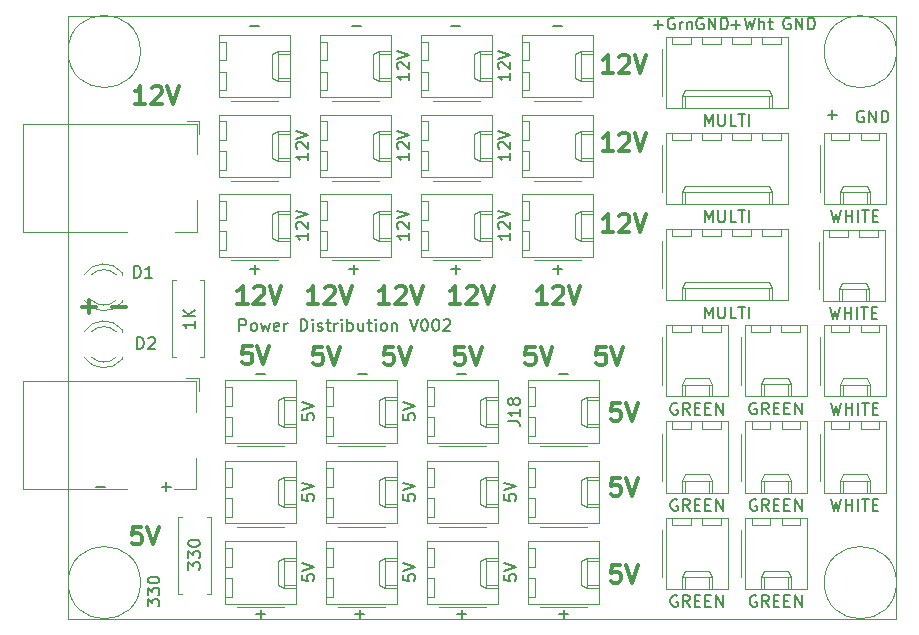
<source format=gbr>
G04 #@! TF.GenerationSoftware,KiCad,Pcbnew,(5.1.5-0-10_14)*
G04 #@! TF.CreationDate,2021-10-24T14:34:02+10:00*
G04 #@! TF.ProjectId,PowerDistribution,506f7765-7244-4697-9374-726962757469,rev?*
G04 #@! TF.SameCoordinates,Original*
G04 #@! TF.FileFunction,Legend,Top*
G04 #@! TF.FilePolarity,Positive*
%FSLAX46Y46*%
G04 Gerber Fmt 4.6, Leading zero omitted, Abs format (unit mm)*
G04 Created by KiCad (PCBNEW (5.1.5-0-10_14)) date 2021-10-24 14:34:02*
%MOMM*%
%LPD*%
G04 APERTURE LIST*
%ADD10C,0.150000*%
%ADD11C,0.300000*%
%ADD12C,0.120000*%
G04 APERTURE END LIST*
D10*
X108164380Y-105679714D02*
X108164380Y-105060666D01*
X108545333Y-105394000D01*
X108545333Y-105251142D01*
X108592952Y-105155904D01*
X108640571Y-105108285D01*
X108735809Y-105060666D01*
X108973904Y-105060666D01*
X109069142Y-105108285D01*
X109116761Y-105155904D01*
X109164380Y-105251142D01*
X109164380Y-105536857D01*
X109116761Y-105632095D01*
X109069142Y-105679714D01*
X108164380Y-104727333D02*
X108164380Y-104108285D01*
X108545333Y-104441619D01*
X108545333Y-104298761D01*
X108592952Y-104203523D01*
X108640571Y-104155904D01*
X108735809Y-104108285D01*
X108973904Y-104108285D01*
X109069142Y-104155904D01*
X109116761Y-104203523D01*
X109164380Y-104298761D01*
X109164380Y-104584476D01*
X109116761Y-104679714D01*
X109069142Y-104727333D01*
X108164380Y-103489238D02*
X108164380Y-103394000D01*
X108212000Y-103298761D01*
X108259619Y-103251142D01*
X108354857Y-103203523D01*
X108545333Y-103155904D01*
X108783428Y-103155904D01*
X108973904Y-103203523D01*
X109069142Y-103251142D01*
X109116761Y-103298761D01*
X109164380Y-103394000D01*
X109164380Y-103489238D01*
X109116761Y-103584476D01*
X109069142Y-103632095D01*
X108973904Y-103679714D01*
X108783428Y-103727333D01*
X108545333Y-103727333D01*
X108354857Y-103679714D01*
X108259619Y-103632095D01*
X108212000Y-103584476D01*
X108164380Y-103489238D01*
D11*
X105156071Y-80307642D02*
X106298928Y-80307642D01*
X102616071Y-80307642D02*
X103758928Y-80307642D01*
X103187500Y-80879071D02*
X103187500Y-79736214D01*
X107600785Y-98937071D02*
X106886500Y-98937071D01*
X106815071Y-99651357D01*
X106886500Y-99579928D01*
X107029357Y-99508500D01*
X107386500Y-99508500D01*
X107529357Y-99579928D01*
X107600785Y-99651357D01*
X107672214Y-99794214D01*
X107672214Y-100151357D01*
X107600785Y-100294214D01*
X107529357Y-100365642D01*
X107386500Y-100437071D01*
X107029357Y-100437071D01*
X106886500Y-100365642D01*
X106815071Y-100294214D01*
X108100785Y-98937071D02*
X108600785Y-100437071D01*
X109100785Y-98937071D01*
X107973928Y-63162571D02*
X107116785Y-63162571D01*
X107545357Y-63162571D02*
X107545357Y-61662571D01*
X107402500Y-61876857D01*
X107259642Y-62019714D01*
X107116785Y-62091142D01*
X108545357Y-61805428D02*
X108616785Y-61734000D01*
X108759642Y-61662571D01*
X109116785Y-61662571D01*
X109259642Y-61734000D01*
X109331071Y-61805428D01*
X109402500Y-61948285D01*
X109402500Y-62091142D01*
X109331071Y-62305428D01*
X108473928Y-63162571D01*
X109402500Y-63162571D01*
X109831071Y-61662571D02*
X110331071Y-63162571D01*
X110831071Y-61662571D01*
D10*
X115936238Y-82367380D02*
X115936238Y-81367380D01*
X116317190Y-81367380D01*
X116412428Y-81415000D01*
X116460047Y-81462619D01*
X116507666Y-81557857D01*
X116507666Y-81700714D01*
X116460047Y-81795952D01*
X116412428Y-81843571D01*
X116317190Y-81891190D01*
X115936238Y-81891190D01*
X117079095Y-82367380D02*
X116983857Y-82319761D01*
X116936238Y-82272142D01*
X116888619Y-82176904D01*
X116888619Y-81891190D01*
X116936238Y-81795952D01*
X116983857Y-81748333D01*
X117079095Y-81700714D01*
X117221952Y-81700714D01*
X117317190Y-81748333D01*
X117364809Y-81795952D01*
X117412428Y-81891190D01*
X117412428Y-82176904D01*
X117364809Y-82272142D01*
X117317190Y-82319761D01*
X117221952Y-82367380D01*
X117079095Y-82367380D01*
X117745761Y-81700714D02*
X117936238Y-82367380D01*
X118126714Y-81891190D01*
X118317190Y-82367380D01*
X118507666Y-81700714D01*
X119269571Y-82319761D02*
X119174333Y-82367380D01*
X118983857Y-82367380D01*
X118888619Y-82319761D01*
X118841000Y-82224523D01*
X118841000Y-81843571D01*
X118888619Y-81748333D01*
X118983857Y-81700714D01*
X119174333Y-81700714D01*
X119269571Y-81748333D01*
X119317190Y-81843571D01*
X119317190Y-81938809D01*
X118841000Y-82034047D01*
X119745761Y-82367380D02*
X119745761Y-81700714D01*
X119745761Y-81891190D02*
X119793380Y-81795952D01*
X119841000Y-81748333D01*
X119936238Y-81700714D01*
X120031476Y-81700714D01*
X121126714Y-82367380D02*
X121126714Y-81367380D01*
X121364809Y-81367380D01*
X121507666Y-81415000D01*
X121602904Y-81510238D01*
X121650523Y-81605476D01*
X121698142Y-81795952D01*
X121698142Y-81938809D01*
X121650523Y-82129285D01*
X121602904Y-82224523D01*
X121507666Y-82319761D01*
X121364809Y-82367380D01*
X121126714Y-82367380D01*
X122126714Y-82367380D02*
X122126714Y-81700714D01*
X122126714Y-81367380D02*
X122079095Y-81415000D01*
X122126714Y-81462619D01*
X122174333Y-81415000D01*
X122126714Y-81367380D01*
X122126714Y-81462619D01*
X122555285Y-82319761D02*
X122650523Y-82367380D01*
X122841000Y-82367380D01*
X122936238Y-82319761D01*
X122983857Y-82224523D01*
X122983857Y-82176904D01*
X122936238Y-82081666D01*
X122841000Y-82034047D01*
X122698142Y-82034047D01*
X122602904Y-81986428D01*
X122555285Y-81891190D01*
X122555285Y-81843571D01*
X122602904Y-81748333D01*
X122698142Y-81700714D01*
X122841000Y-81700714D01*
X122936238Y-81748333D01*
X123269571Y-81700714D02*
X123650523Y-81700714D01*
X123412428Y-81367380D02*
X123412428Y-82224523D01*
X123460047Y-82319761D01*
X123555285Y-82367380D01*
X123650523Y-82367380D01*
X123983857Y-82367380D02*
X123983857Y-81700714D01*
X123983857Y-81891190D02*
X124031476Y-81795952D01*
X124079095Y-81748333D01*
X124174333Y-81700714D01*
X124269571Y-81700714D01*
X124602904Y-82367380D02*
X124602904Y-81700714D01*
X124602904Y-81367380D02*
X124555285Y-81415000D01*
X124602904Y-81462619D01*
X124650523Y-81415000D01*
X124602904Y-81367380D01*
X124602904Y-81462619D01*
X125079095Y-82367380D02*
X125079095Y-81367380D01*
X125079095Y-81748333D02*
X125174333Y-81700714D01*
X125364809Y-81700714D01*
X125460047Y-81748333D01*
X125507666Y-81795952D01*
X125555285Y-81891190D01*
X125555285Y-82176904D01*
X125507666Y-82272142D01*
X125460047Y-82319761D01*
X125364809Y-82367380D01*
X125174333Y-82367380D01*
X125079095Y-82319761D01*
X126412428Y-81700714D02*
X126412428Y-82367380D01*
X125983857Y-81700714D02*
X125983857Y-82224523D01*
X126031476Y-82319761D01*
X126126714Y-82367380D01*
X126269571Y-82367380D01*
X126364809Y-82319761D01*
X126412428Y-82272142D01*
X126745761Y-81700714D02*
X127126714Y-81700714D01*
X126888619Y-81367380D02*
X126888619Y-82224523D01*
X126936238Y-82319761D01*
X127031476Y-82367380D01*
X127126714Y-82367380D01*
X127460047Y-82367380D02*
X127460047Y-81700714D01*
X127460047Y-81367380D02*
X127412428Y-81415000D01*
X127460047Y-81462619D01*
X127507666Y-81415000D01*
X127460047Y-81367380D01*
X127460047Y-81462619D01*
X128079095Y-82367380D02*
X127983857Y-82319761D01*
X127936238Y-82272142D01*
X127888619Y-82176904D01*
X127888619Y-81891190D01*
X127936238Y-81795952D01*
X127983857Y-81748333D01*
X128079095Y-81700714D01*
X128221952Y-81700714D01*
X128317190Y-81748333D01*
X128364809Y-81795952D01*
X128412428Y-81891190D01*
X128412428Y-82176904D01*
X128364809Y-82272142D01*
X128317190Y-82319761D01*
X128221952Y-82367380D01*
X128079095Y-82367380D01*
X128841000Y-81700714D02*
X128841000Y-82367380D01*
X128841000Y-81795952D02*
X128888619Y-81748333D01*
X128983857Y-81700714D01*
X129126714Y-81700714D01*
X129221952Y-81748333D01*
X129269571Y-81843571D01*
X129269571Y-82367380D01*
X130364809Y-81367380D02*
X130698142Y-82367380D01*
X131031476Y-81367380D01*
X131555285Y-81367380D02*
X131650523Y-81367380D01*
X131745761Y-81415000D01*
X131793380Y-81462619D01*
X131840999Y-81557857D01*
X131888619Y-81748333D01*
X131888619Y-81986428D01*
X131840999Y-82176904D01*
X131793380Y-82272142D01*
X131745761Y-82319761D01*
X131650523Y-82367380D01*
X131555285Y-82367380D01*
X131460047Y-82319761D01*
X131412428Y-82272142D01*
X131364809Y-82176904D01*
X131317190Y-81986428D01*
X131317190Y-81748333D01*
X131364809Y-81557857D01*
X131412428Y-81462619D01*
X131460047Y-81415000D01*
X131555285Y-81367380D01*
X132507666Y-81367380D02*
X132602904Y-81367380D01*
X132698142Y-81415000D01*
X132745761Y-81462619D01*
X132793380Y-81557857D01*
X132840999Y-81748333D01*
X132840999Y-81986428D01*
X132793380Y-82176904D01*
X132745761Y-82272142D01*
X132698142Y-82319761D01*
X132602904Y-82367380D01*
X132507666Y-82367380D01*
X132412428Y-82319761D01*
X132364809Y-82272142D01*
X132317190Y-82176904D01*
X132269571Y-81986428D01*
X132269571Y-81748333D01*
X132317190Y-81557857D01*
X132364809Y-81462619D01*
X132412428Y-81415000D01*
X132507666Y-81367380D01*
X133221952Y-81462619D02*
X133269571Y-81415000D01*
X133364809Y-81367380D01*
X133602904Y-81367380D01*
X133698142Y-81415000D01*
X133745761Y-81462619D01*
X133793380Y-81557857D01*
X133793380Y-81653095D01*
X133745761Y-81795952D01*
X133174333Y-82367380D01*
X133793380Y-82367380D01*
X165735047Y-64079428D02*
X166496952Y-64079428D01*
X166116000Y-64460380D02*
X166116000Y-63698476D01*
X168783095Y-63762000D02*
X168687857Y-63714380D01*
X168545000Y-63714380D01*
X168402142Y-63762000D01*
X168306904Y-63857238D01*
X168259285Y-63952476D01*
X168211666Y-64142952D01*
X168211666Y-64285809D01*
X168259285Y-64476285D01*
X168306904Y-64571523D01*
X168402142Y-64666761D01*
X168545000Y-64714380D01*
X168640238Y-64714380D01*
X168783095Y-64666761D01*
X168830714Y-64619142D01*
X168830714Y-64285809D01*
X168640238Y-64285809D01*
X169259285Y-64714380D02*
X169259285Y-63714380D01*
X169830714Y-64714380D01*
X169830714Y-63714380D01*
X170306904Y-64714380D02*
X170306904Y-63714380D01*
X170545000Y-63714380D01*
X170687857Y-63762000D01*
X170783095Y-63857238D01*
X170830714Y-63952476D01*
X170878333Y-64142952D01*
X170878333Y-64285809D01*
X170830714Y-64476285D01*
X170783095Y-64571523D01*
X170687857Y-64666761D01*
X170545000Y-64714380D01*
X170306904Y-64714380D01*
X142494047Y-56586428D02*
X143255952Y-56586428D01*
X125476047Y-56586428D02*
X126237952Y-56586428D01*
X133858047Y-56586428D02*
X134619952Y-56586428D01*
X116840047Y-56586428D02*
X117601952Y-56586428D01*
X117348047Y-106370428D02*
X118109952Y-106370428D01*
X117729000Y-106751380D02*
X117729000Y-105989476D01*
X134366047Y-106370428D02*
X135127952Y-106370428D01*
X134747000Y-106751380D02*
X134747000Y-105989476D01*
X125730047Y-106370428D02*
X126491952Y-106370428D01*
X126111000Y-106751380D02*
X126111000Y-105989476D01*
X143002047Y-106370428D02*
X143763952Y-106370428D01*
X143383000Y-106751380D02*
X143383000Y-105989476D01*
X142494047Y-77160428D02*
X143255952Y-77160428D01*
X142875000Y-77541380D02*
X142875000Y-76779476D01*
X133858047Y-77160428D02*
X134619952Y-77160428D01*
X134239000Y-77541380D02*
X134239000Y-76779476D01*
X125222047Y-77160428D02*
X125983952Y-77160428D01*
X125603000Y-77541380D02*
X125603000Y-76779476D01*
X134366047Y-86050428D02*
X135127952Y-86050428D01*
X125984047Y-86050428D02*
X126745952Y-86050428D01*
X143002047Y-86050428D02*
X143763952Y-86050428D01*
X117348047Y-86050428D02*
X118109952Y-86050428D01*
X116840047Y-77160428D02*
X117601952Y-77160428D01*
X117221000Y-77541380D02*
X117221000Y-76779476D01*
X155194095Y-55888000D02*
X155098857Y-55840380D01*
X154956000Y-55840380D01*
X154813142Y-55888000D01*
X154717904Y-55983238D01*
X154670285Y-56078476D01*
X154622666Y-56268952D01*
X154622666Y-56411809D01*
X154670285Y-56602285D01*
X154717904Y-56697523D01*
X154813142Y-56792761D01*
X154956000Y-56840380D01*
X155051238Y-56840380D01*
X155194095Y-56792761D01*
X155241714Y-56745142D01*
X155241714Y-56411809D01*
X155051238Y-56411809D01*
X155670285Y-56840380D02*
X155670285Y-55840380D01*
X156241714Y-56840380D01*
X156241714Y-55840380D01*
X156717904Y-56840380D02*
X156717904Y-55840380D01*
X156956000Y-55840380D01*
X157098857Y-55888000D01*
X157194095Y-55983238D01*
X157241714Y-56078476D01*
X157289333Y-56268952D01*
X157289333Y-56411809D01*
X157241714Y-56602285D01*
X157194095Y-56697523D01*
X157098857Y-56792761D01*
X156956000Y-56840380D01*
X156717904Y-56840380D01*
X162560095Y-55888000D02*
X162464857Y-55840380D01*
X162322000Y-55840380D01*
X162179142Y-55888000D01*
X162083904Y-55983238D01*
X162036285Y-56078476D01*
X161988666Y-56268952D01*
X161988666Y-56411809D01*
X162036285Y-56602285D01*
X162083904Y-56697523D01*
X162179142Y-56792761D01*
X162322000Y-56840380D01*
X162417238Y-56840380D01*
X162560095Y-56792761D01*
X162607714Y-56745142D01*
X162607714Y-56411809D01*
X162417238Y-56411809D01*
X163036285Y-56840380D02*
X163036285Y-55840380D01*
X163607714Y-56840380D01*
X163607714Y-55840380D01*
X164083904Y-56840380D02*
X164083904Y-55840380D01*
X164322000Y-55840380D01*
X164464857Y-55888000D01*
X164560095Y-55983238D01*
X164607714Y-56078476D01*
X164655333Y-56268952D01*
X164655333Y-56411809D01*
X164607714Y-56602285D01*
X164560095Y-56697523D01*
X164464857Y-56792761D01*
X164322000Y-56840380D01*
X164083904Y-56840380D01*
X157567523Y-56459428D02*
X158329428Y-56459428D01*
X157948476Y-56840380D02*
X157948476Y-56078476D01*
X158710380Y-55840380D02*
X158948476Y-56840380D01*
X159138952Y-56126095D01*
X159329428Y-56840380D01*
X159567523Y-55840380D01*
X159948476Y-56840380D02*
X159948476Y-55840380D01*
X160377047Y-56840380D02*
X160377047Y-56316571D01*
X160329428Y-56221333D01*
X160234190Y-56173714D01*
X160091333Y-56173714D01*
X159996095Y-56221333D01*
X159948476Y-56268952D01*
X160710380Y-56173714D02*
X161091333Y-56173714D01*
X160853238Y-55840380D02*
X160853238Y-56697523D01*
X160900857Y-56792761D01*
X160996095Y-56840380D01*
X161091333Y-56840380D01*
X151011142Y-56459428D02*
X151773047Y-56459428D01*
X151392095Y-56840380D02*
X151392095Y-56078476D01*
X152773047Y-55888000D02*
X152677809Y-55840380D01*
X152534952Y-55840380D01*
X152392095Y-55888000D01*
X152296857Y-55983238D01*
X152249238Y-56078476D01*
X152201619Y-56268952D01*
X152201619Y-56411809D01*
X152249238Y-56602285D01*
X152296857Y-56697523D01*
X152392095Y-56792761D01*
X152534952Y-56840380D01*
X152630190Y-56840380D01*
X152773047Y-56792761D01*
X152820666Y-56745142D01*
X152820666Y-56411809D01*
X152630190Y-56411809D01*
X153249238Y-56840380D02*
X153249238Y-56173714D01*
X153249238Y-56364190D02*
X153296857Y-56268952D01*
X153344476Y-56221333D01*
X153439714Y-56173714D01*
X153534952Y-56173714D01*
X153868285Y-56173714D02*
X153868285Y-56840380D01*
X153868285Y-56268952D02*
X153915904Y-56221333D01*
X154011142Y-56173714D01*
X154154000Y-56173714D01*
X154249238Y-56221333D01*
X154296857Y-56316571D01*
X154296857Y-56840380D01*
D11*
X148177285Y-102175571D02*
X147463000Y-102175571D01*
X147391571Y-102889857D01*
X147463000Y-102818428D01*
X147605857Y-102747000D01*
X147963000Y-102747000D01*
X148105857Y-102818428D01*
X148177285Y-102889857D01*
X148248714Y-103032714D01*
X148248714Y-103389857D01*
X148177285Y-103532714D01*
X148105857Y-103604142D01*
X147963000Y-103675571D01*
X147605857Y-103675571D01*
X147463000Y-103604142D01*
X147391571Y-103532714D01*
X148677285Y-102175571D02*
X149177285Y-103675571D01*
X149677285Y-102175571D01*
X148177285Y-94809571D02*
X147463000Y-94809571D01*
X147391571Y-95523857D01*
X147463000Y-95452428D01*
X147605857Y-95381000D01*
X147963000Y-95381000D01*
X148105857Y-95452428D01*
X148177285Y-95523857D01*
X148248714Y-95666714D01*
X148248714Y-96023857D01*
X148177285Y-96166714D01*
X148105857Y-96238142D01*
X147963000Y-96309571D01*
X147605857Y-96309571D01*
X147463000Y-96238142D01*
X147391571Y-96166714D01*
X148677285Y-94809571D02*
X149177285Y-96309571D01*
X149677285Y-94809571D01*
X146937285Y-83711571D02*
X146223000Y-83711571D01*
X146151571Y-84425857D01*
X146223000Y-84354428D01*
X146365857Y-84283000D01*
X146723000Y-84283000D01*
X146865857Y-84354428D01*
X146937285Y-84425857D01*
X147008714Y-84568714D01*
X147008714Y-84925857D01*
X146937285Y-85068714D01*
X146865857Y-85140142D01*
X146723000Y-85211571D01*
X146365857Y-85211571D01*
X146223000Y-85140142D01*
X146151571Y-85068714D01*
X147437285Y-83711571D02*
X147937285Y-85211571D01*
X148437285Y-83711571D01*
X148177285Y-88459571D02*
X147463000Y-88459571D01*
X147391571Y-89173857D01*
X147463000Y-89102428D01*
X147605857Y-89031000D01*
X147963000Y-89031000D01*
X148105857Y-89102428D01*
X148177285Y-89173857D01*
X148248714Y-89316714D01*
X148248714Y-89673857D01*
X148177285Y-89816714D01*
X148105857Y-89888142D01*
X147963000Y-89959571D01*
X147605857Y-89959571D01*
X147463000Y-89888142D01*
X147391571Y-89816714D01*
X148677285Y-88459571D02*
X149177285Y-89959571D01*
X149677285Y-88459571D01*
X140937285Y-83711571D02*
X140223000Y-83711571D01*
X140151571Y-84425857D01*
X140223000Y-84354428D01*
X140365857Y-84283000D01*
X140723000Y-84283000D01*
X140865857Y-84354428D01*
X140937285Y-84425857D01*
X141008714Y-84568714D01*
X141008714Y-84925857D01*
X140937285Y-85068714D01*
X140865857Y-85140142D01*
X140723000Y-85211571D01*
X140365857Y-85211571D01*
X140223000Y-85140142D01*
X140151571Y-85068714D01*
X141437285Y-83711571D02*
X141937285Y-85211571D01*
X142437285Y-83711571D01*
X134937285Y-83711571D02*
X134223000Y-83711571D01*
X134151571Y-84425857D01*
X134223000Y-84354428D01*
X134365857Y-84283000D01*
X134723000Y-84283000D01*
X134865857Y-84354428D01*
X134937285Y-84425857D01*
X135008714Y-84568714D01*
X135008714Y-84925857D01*
X134937285Y-85068714D01*
X134865857Y-85140142D01*
X134723000Y-85211571D01*
X134365857Y-85211571D01*
X134223000Y-85140142D01*
X134151571Y-85068714D01*
X135437285Y-83711571D02*
X135937285Y-85211571D01*
X136437285Y-83711571D01*
D10*
X103759047Y-95575428D02*
X104520952Y-95575428D01*
X109347047Y-95575428D02*
X110108952Y-95575428D01*
X109728000Y-95956380D02*
X109728000Y-95194476D01*
D11*
X141946428Y-80053571D02*
X141089285Y-80053571D01*
X141517857Y-80053571D02*
X141517857Y-78553571D01*
X141375000Y-78767857D01*
X141232142Y-78910714D01*
X141089285Y-78982142D01*
X142517857Y-78696428D02*
X142589285Y-78625000D01*
X142732142Y-78553571D01*
X143089285Y-78553571D01*
X143232142Y-78625000D01*
X143303571Y-78696428D01*
X143375000Y-78839285D01*
X143375000Y-78982142D01*
X143303571Y-79196428D01*
X142446428Y-80053571D01*
X143375000Y-80053571D01*
X143803571Y-78553571D02*
X144303571Y-80053571D01*
X144803571Y-78553571D01*
X147534428Y-73957571D02*
X146677285Y-73957571D01*
X147105857Y-73957571D02*
X147105857Y-72457571D01*
X146963000Y-72671857D01*
X146820142Y-72814714D01*
X146677285Y-72886142D01*
X148105857Y-72600428D02*
X148177285Y-72529000D01*
X148320142Y-72457571D01*
X148677285Y-72457571D01*
X148820142Y-72529000D01*
X148891571Y-72600428D01*
X148963000Y-72743285D01*
X148963000Y-72886142D01*
X148891571Y-73100428D01*
X148034428Y-73957571D01*
X148963000Y-73957571D01*
X149391571Y-72457571D02*
X149891571Y-73957571D01*
X150391571Y-72457571D01*
X147534428Y-67099571D02*
X146677285Y-67099571D01*
X147105857Y-67099571D02*
X147105857Y-65599571D01*
X146963000Y-65813857D01*
X146820142Y-65956714D01*
X146677285Y-66028142D01*
X148105857Y-65742428D02*
X148177285Y-65671000D01*
X148320142Y-65599571D01*
X148677285Y-65599571D01*
X148820142Y-65671000D01*
X148891571Y-65742428D01*
X148963000Y-65885285D01*
X148963000Y-66028142D01*
X148891571Y-66242428D01*
X148034428Y-67099571D01*
X148963000Y-67099571D01*
X149391571Y-65599571D02*
X149891571Y-67099571D01*
X150391571Y-65599571D01*
X147534428Y-60495571D02*
X146677285Y-60495571D01*
X147105857Y-60495571D02*
X147105857Y-58995571D01*
X146963000Y-59209857D01*
X146820142Y-59352714D01*
X146677285Y-59424142D01*
X148105857Y-59138428D02*
X148177285Y-59067000D01*
X148320142Y-58995571D01*
X148677285Y-58995571D01*
X148820142Y-59067000D01*
X148891571Y-59138428D01*
X148963000Y-59281285D01*
X148963000Y-59424142D01*
X148891571Y-59638428D01*
X148034428Y-60495571D01*
X148963000Y-60495571D01*
X149391571Y-58995571D02*
X149891571Y-60495571D01*
X150391571Y-58995571D01*
X122965285Y-83711571D02*
X122251000Y-83711571D01*
X122179571Y-84425857D01*
X122251000Y-84354428D01*
X122393857Y-84283000D01*
X122751000Y-84283000D01*
X122893857Y-84354428D01*
X122965285Y-84425857D01*
X123036714Y-84568714D01*
X123036714Y-84925857D01*
X122965285Y-85068714D01*
X122893857Y-85140142D01*
X122751000Y-85211571D01*
X122393857Y-85211571D01*
X122251000Y-85140142D01*
X122179571Y-85068714D01*
X123465285Y-83711571D02*
X123965285Y-85211571D01*
X124465285Y-83711571D01*
X116965285Y-83633571D02*
X116251000Y-83633571D01*
X116179571Y-84347857D01*
X116251000Y-84276428D01*
X116393857Y-84205000D01*
X116751000Y-84205000D01*
X116893857Y-84276428D01*
X116965285Y-84347857D01*
X117036714Y-84490714D01*
X117036714Y-84847857D01*
X116965285Y-84990714D01*
X116893857Y-85062142D01*
X116751000Y-85133571D01*
X116393857Y-85133571D01*
X116251000Y-85062142D01*
X116179571Y-84990714D01*
X117465285Y-83633571D02*
X117965285Y-85133571D01*
X118465285Y-83633571D01*
X128965285Y-83711571D02*
X128251000Y-83711571D01*
X128179571Y-84425857D01*
X128251000Y-84354428D01*
X128393857Y-84283000D01*
X128751000Y-84283000D01*
X128893857Y-84354428D01*
X128965285Y-84425857D01*
X129036714Y-84568714D01*
X129036714Y-84925857D01*
X128965285Y-85068714D01*
X128893857Y-85140142D01*
X128751000Y-85211571D01*
X128393857Y-85211571D01*
X128251000Y-85140142D01*
X128179571Y-85068714D01*
X129465285Y-83711571D02*
X129965285Y-85211571D01*
X130465285Y-83711571D01*
X134628428Y-80053571D02*
X133771285Y-80053571D01*
X134199857Y-80053571D02*
X134199857Y-78553571D01*
X134057000Y-78767857D01*
X133914142Y-78910714D01*
X133771285Y-78982142D01*
X135199857Y-78696428D02*
X135271285Y-78625000D01*
X135414142Y-78553571D01*
X135771285Y-78553571D01*
X135914142Y-78625000D01*
X135985571Y-78696428D01*
X136057000Y-78839285D01*
X136057000Y-78982142D01*
X135985571Y-79196428D01*
X135128428Y-80053571D01*
X136057000Y-80053571D01*
X136485571Y-78553571D02*
X136985571Y-80053571D01*
X137485571Y-78553571D01*
X128628428Y-80053571D02*
X127771285Y-80053571D01*
X128199857Y-80053571D02*
X128199857Y-78553571D01*
X128057000Y-78767857D01*
X127914142Y-78910714D01*
X127771285Y-78982142D01*
X129199857Y-78696428D02*
X129271285Y-78625000D01*
X129414142Y-78553571D01*
X129771285Y-78553571D01*
X129914142Y-78625000D01*
X129985571Y-78696428D01*
X130057000Y-78839285D01*
X130057000Y-78982142D01*
X129985571Y-79196428D01*
X129128428Y-80053571D01*
X130057000Y-80053571D01*
X130485571Y-78553571D02*
X130985571Y-80053571D01*
X131485571Y-78553571D01*
X122628428Y-80053571D02*
X121771285Y-80053571D01*
X122199857Y-80053571D02*
X122199857Y-78553571D01*
X122057000Y-78767857D01*
X121914142Y-78910714D01*
X121771285Y-78982142D01*
X123199857Y-78696428D02*
X123271285Y-78625000D01*
X123414142Y-78553571D01*
X123771285Y-78553571D01*
X123914142Y-78625000D01*
X123985571Y-78696428D01*
X124057000Y-78839285D01*
X124057000Y-78982142D01*
X123985571Y-79196428D01*
X123128428Y-80053571D01*
X124057000Y-80053571D01*
X124485571Y-78553571D02*
X124985571Y-80053571D01*
X125485571Y-78553571D01*
X116628428Y-80053571D02*
X115771285Y-80053571D01*
X116199857Y-80053571D02*
X116199857Y-78553571D01*
X116057000Y-78767857D01*
X115914142Y-78910714D01*
X115771285Y-78982142D01*
X117199857Y-78696428D02*
X117271285Y-78625000D01*
X117414142Y-78553571D01*
X117771285Y-78553571D01*
X117914142Y-78625000D01*
X117985571Y-78696428D01*
X118057000Y-78839285D01*
X118057000Y-78982142D01*
X117985571Y-79196428D01*
X117128428Y-80053571D01*
X118057000Y-80053571D01*
X118485571Y-78553571D02*
X118985571Y-80053571D01*
X119485571Y-78553571D01*
D12*
X112279000Y-86586000D02*
X112279000Y-89186000D01*
X97579000Y-86586000D02*
X112279000Y-86586000D01*
X112279000Y-95786000D02*
X110379000Y-95786000D01*
X112279000Y-93086000D02*
X112279000Y-95786000D01*
X97579000Y-95786000D02*
X97579000Y-86586000D01*
X106379000Y-95786000D02*
X97579000Y-95786000D01*
X111429000Y-86386000D02*
X112479000Y-86386000D01*
X112479000Y-87436000D02*
X112479000Y-86386000D01*
X112342000Y-64805500D02*
X112342000Y-67405500D01*
X97642000Y-64805500D02*
X112342000Y-64805500D01*
X112342000Y-74005500D02*
X110442000Y-74005500D01*
X112342000Y-71305500D02*
X112342000Y-74005500D01*
X97642000Y-74005500D02*
X97642000Y-64805500D01*
X106442000Y-74005500D02*
X97642000Y-74005500D01*
X111492000Y-64605500D02*
X112542000Y-64605500D01*
X112542000Y-65655500D02*
X112542000Y-64605500D01*
X113511000Y-98076000D02*
X113181000Y-98076000D01*
X113511000Y-104616000D02*
X113511000Y-98076000D01*
X113181000Y-104616000D02*
X113511000Y-104616000D01*
X110771000Y-98076000D02*
X111101000Y-98076000D01*
X110771000Y-104616000D02*
X110771000Y-98076000D01*
X111101000Y-104616000D02*
X110771000Y-104616000D01*
X110200000Y-84550000D02*
X110530000Y-84550000D01*
X110200000Y-78010000D02*
X110200000Y-84550000D01*
X110530000Y-78010000D02*
X110200000Y-78010000D01*
X112940000Y-84550000D02*
X112610000Y-84550000D01*
X112940000Y-78010000D02*
X112940000Y-84550000D01*
X112610000Y-78010000D02*
X112940000Y-78010000D01*
X106018000Y-82422500D02*
X106018000Y-82266500D01*
X106018000Y-84738500D02*
X106018000Y-84582500D01*
X103416870Y-82422663D02*
G75*
G02X105498961Y-82422500I1041130J-1079837D01*
G01*
X103416870Y-84582337D02*
G75*
G03X105498961Y-84582500I1041130J1079837D01*
G01*
X102785665Y-82423892D02*
G75*
G02X106018000Y-82266984I1672335J-1078608D01*
G01*
X102785665Y-84581108D02*
G75*
G03X106018000Y-84738016I1672335J1078608D01*
G01*
X106018000Y-77596500D02*
X106018000Y-77440500D01*
X106018000Y-79912500D02*
X106018000Y-79756500D01*
X103416870Y-77596663D02*
G75*
G02X105498961Y-77596500I1041130J-1079837D01*
G01*
X103416870Y-79756337D02*
G75*
G03X105498961Y-79756500I1041130J1079837D01*
G01*
X102785665Y-77597892D02*
G75*
G02X106018000Y-77440984I1672335J-1078608D01*
G01*
X102785665Y-79755108D02*
G75*
G03X106018000Y-79912016I1672335J1078608D01*
G01*
X163434000Y-98770000D02*
X163434000Y-98170000D01*
X161834000Y-98770000D02*
X163434000Y-98770000D01*
X161834000Y-98170000D02*
X161834000Y-98770000D01*
X160894000Y-98770000D02*
X160894000Y-98170000D01*
X159294000Y-98770000D02*
X160894000Y-98770000D01*
X159294000Y-98170000D02*
X159294000Y-98770000D01*
X162384000Y-104190000D02*
X162384000Y-103190000D01*
X160344000Y-104190000D02*
X160344000Y-103190000D01*
X162384000Y-102660000D02*
X162634000Y-103190000D01*
X160344000Y-102660000D02*
X162384000Y-102660000D01*
X160094000Y-103190000D02*
X160344000Y-102660000D01*
X162634000Y-103190000D02*
X162634000Y-104190000D01*
X160094000Y-103190000D02*
X162634000Y-103190000D01*
X160094000Y-104190000D02*
X160094000Y-103190000D01*
X158424000Y-99200000D02*
X158424000Y-103200000D01*
X164014000Y-98170000D02*
X158714000Y-98170000D01*
X164014000Y-104190000D02*
X164014000Y-98170000D01*
X158714000Y-104190000D02*
X164014000Y-104190000D01*
X158714000Y-98170000D02*
X158714000Y-104190000D01*
X140933000Y-87131000D02*
X140333000Y-87131000D01*
X140933000Y-88731000D02*
X140933000Y-87131000D01*
X140333000Y-88731000D02*
X140933000Y-88731000D01*
X140933000Y-89671000D02*
X140333000Y-89671000D01*
X140933000Y-91271000D02*
X140933000Y-89671000D01*
X140333000Y-91271000D02*
X140933000Y-91271000D01*
X146353000Y-88181000D02*
X145353000Y-88181000D01*
X146353000Y-90221000D02*
X145353000Y-90221000D01*
X144823000Y-88181000D02*
X145353000Y-87931000D01*
X144823000Y-90221000D02*
X144823000Y-88181000D01*
X145353000Y-90471000D02*
X144823000Y-90221000D01*
X145353000Y-87931000D02*
X146353000Y-87931000D01*
X145353000Y-90471000D02*
X145353000Y-87931000D01*
X146353000Y-90471000D02*
X145353000Y-90471000D01*
X141363000Y-92141000D02*
X145363000Y-92141000D01*
X140333000Y-86551000D02*
X140333000Y-91851000D01*
X146353000Y-86551000D02*
X140333000Y-86551000D01*
X146353000Y-91851000D02*
X146353000Y-86551000D01*
X140333000Y-91851000D02*
X146353000Y-91851000D01*
X140425000Y-71383000D02*
X139825000Y-71383000D01*
X140425000Y-72983000D02*
X140425000Y-71383000D01*
X139825000Y-72983000D02*
X140425000Y-72983000D01*
X140425000Y-73923000D02*
X139825000Y-73923000D01*
X140425000Y-75523000D02*
X140425000Y-73923000D01*
X139825000Y-75523000D02*
X140425000Y-75523000D01*
X145845000Y-72433000D02*
X144845000Y-72433000D01*
X145845000Y-74473000D02*
X144845000Y-74473000D01*
X144315000Y-72433000D02*
X144845000Y-72183000D01*
X144315000Y-74473000D02*
X144315000Y-72433000D01*
X144845000Y-74723000D02*
X144315000Y-74473000D01*
X144845000Y-72183000D02*
X145845000Y-72183000D01*
X144845000Y-74723000D02*
X144845000Y-72183000D01*
X145845000Y-74723000D02*
X144845000Y-74723000D01*
X140855000Y-76393000D02*
X144855000Y-76393000D01*
X139825000Y-70803000D02*
X139825000Y-76103000D01*
X145845000Y-70803000D02*
X139825000Y-70803000D01*
X145845000Y-76103000D02*
X145845000Y-70803000D01*
X139825000Y-76103000D02*
X145845000Y-76103000D01*
X156740000Y-98770000D02*
X156740000Y-98170000D01*
X155140000Y-98770000D02*
X156740000Y-98770000D01*
X155140000Y-98170000D02*
X155140000Y-98770000D01*
X154200000Y-98770000D02*
X154200000Y-98170000D01*
X152600000Y-98770000D02*
X154200000Y-98770000D01*
X152600000Y-98170000D02*
X152600000Y-98770000D01*
X155690000Y-104190000D02*
X155690000Y-103190000D01*
X153650000Y-104190000D02*
X153650000Y-103190000D01*
X155690000Y-102660000D02*
X155940000Y-103190000D01*
X153650000Y-102660000D02*
X155690000Y-102660000D01*
X153400000Y-103190000D02*
X153650000Y-102660000D01*
X155940000Y-103190000D02*
X155940000Y-104190000D01*
X153400000Y-103190000D02*
X155940000Y-103190000D01*
X153400000Y-104190000D02*
X153400000Y-103190000D01*
X151730000Y-99200000D02*
X151730000Y-103200000D01*
X157320000Y-98170000D02*
X152020000Y-98170000D01*
X157320000Y-104190000D02*
X157320000Y-98170000D01*
X152020000Y-104190000D02*
X157320000Y-104190000D01*
X152020000Y-98170000D02*
X152020000Y-104190000D01*
X140933000Y-93941000D02*
X140333000Y-93941000D01*
X140933000Y-95541000D02*
X140933000Y-93941000D01*
X140333000Y-95541000D02*
X140933000Y-95541000D01*
X140933000Y-96481000D02*
X140333000Y-96481000D01*
X140933000Y-98081000D02*
X140933000Y-96481000D01*
X140333000Y-98081000D02*
X140933000Y-98081000D01*
X146353000Y-94991000D02*
X145353000Y-94991000D01*
X146353000Y-97031000D02*
X145353000Y-97031000D01*
X144823000Y-94991000D02*
X145353000Y-94741000D01*
X144823000Y-97031000D02*
X144823000Y-94991000D01*
X145353000Y-97281000D02*
X144823000Y-97031000D01*
X145353000Y-94741000D02*
X146353000Y-94741000D01*
X145353000Y-97281000D02*
X145353000Y-94741000D01*
X146353000Y-97281000D02*
X145353000Y-97281000D01*
X141363000Y-98951000D02*
X145363000Y-98951000D01*
X140333000Y-93361000D02*
X140333000Y-98661000D01*
X146353000Y-93361000D02*
X140333000Y-93361000D01*
X146353000Y-98661000D02*
X146353000Y-93361000D01*
X140333000Y-98661000D02*
X146353000Y-98661000D01*
X140425000Y-64623000D02*
X139825000Y-64623000D01*
X140425000Y-66223000D02*
X140425000Y-64623000D01*
X139825000Y-66223000D02*
X140425000Y-66223000D01*
X140425000Y-67163000D02*
X139825000Y-67163000D01*
X140425000Y-68763000D02*
X140425000Y-67163000D01*
X139825000Y-68763000D02*
X140425000Y-68763000D01*
X145845000Y-65673000D02*
X144845000Y-65673000D01*
X145845000Y-67713000D02*
X144845000Y-67713000D01*
X144315000Y-65673000D02*
X144845000Y-65423000D01*
X144315000Y-67713000D02*
X144315000Y-65673000D01*
X144845000Y-67963000D02*
X144315000Y-67713000D01*
X144845000Y-65423000D02*
X145845000Y-65423000D01*
X144845000Y-67963000D02*
X144845000Y-65423000D01*
X145845000Y-67963000D02*
X144845000Y-67963000D01*
X140855000Y-69633000D02*
X144855000Y-69633000D01*
X139825000Y-64043000D02*
X139825000Y-69343000D01*
X145845000Y-64043000D02*
X139825000Y-64043000D01*
X145845000Y-69343000D02*
X145845000Y-64043000D01*
X139825000Y-69343000D02*
X145845000Y-69343000D01*
X156740000Y-90626000D02*
X156740000Y-90026000D01*
X155140000Y-90626000D02*
X156740000Y-90626000D01*
X155140000Y-90026000D02*
X155140000Y-90626000D01*
X154200000Y-90626000D02*
X154200000Y-90026000D01*
X152600000Y-90626000D02*
X154200000Y-90626000D01*
X152600000Y-90026000D02*
X152600000Y-90626000D01*
X155690000Y-96046000D02*
X155690000Y-95046000D01*
X153650000Y-96046000D02*
X153650000Y-95046000D01*
X155690000Y-94516000D02*
X155940000Y-95046000D01*
X153650000Y-94516000D02*
X155690000Y-94516000D01*
X153400000Y-95046000D02*
X153650000Y-94516000D01*
X155940000Y-95046000D02*
X155940000Y-96046000D01*
X153400000Y-95046000D02*
X155940000Y-95046000D01*
X153400000Y-96046000D02*
X153400000Y-95046000D01*
X151730000Y-91056000D02*
X151730000Y-95056000D01*
X157320000Y-90026000D02*
X152020000Y-90026000D01*
X157320000Y-96046000D02*
X157320000Y-90026000D01*
X152020000Y-96046000D02*
X157320000Y-96046000D01*
X152020000Y-90026000D02*
X152020000Y-96046000D01*
X140933000Y-100751000D02*
X140333000Y-100751000D01*
X140933000Y-102351000D02*
X140933000Y-100751000D01*
X140333000Y-102351000D02*
X140933000Y-102351000D01*
X140933000Y-103291000D02*
X140333000Y-103291000D01*
X140933000Y-104891000D02*
X140933000Y-103291000D01*
X140333000Y-104891000D02*
X140933000Y-104891000D01*
X146353000Y-101801000D02*
X145353000Y-101801000D01*
X146353000Y-103841000D02*
X145353000Y-103841000D01*
X144823000Y-101801000D02*
X145353000Y-101551000D01*
X144823000Y-103841000D02*
X144823000Y-101801000D01*
X145353000Y-104091000D02*
X144823000Y-103841000D01*
X145353000Y-101551000D02*
X146353000Y-101551000D01*
X145353000Y-104091000D02*
X145353000Y-101551000D01*
X146353000Y-104091000D02*
X145353000Y-104091000D01*
X141363000Y-105761000D02*
X145363000Y-105761000D01*
X140333000Y-100171000D02*
X140333000Y-105471000D01*
X146353000Y-100171000D02*
X140333000Y-100171000D01*
X146353000Y-105471000D02*
X146353000Y-100171000D01*
X140333000Y-105471000D02*
X146353000Y-105471000D01*
X131878000Y-71383000D02*
X131278000Y-71383000D01*
X131878000Y-72983000D02*
X131878000Y-71383000D01*
X131278000Y-72983000D02*
X131878000Y-72983000D01*
X131878000Y-73923000D02*
X131278000Y-73923000D01*
X131878000Y-75523000D02*
X131878000Y-73923000D01*
X131278000Y-75523000D02*
X131878000Y-75523000D01*
X137298000Y-72433000D02*
X136298000Y-72433000D01*
X137298000Y-74473000D02*
X136298000Y-74473000D01*
X135768000Y-72433000D02*
X136298000Y-72183000D01*
X135768000Y-74473000D02*
X135768000Y-72433000D01*
X136298000Y-74723000D02*
X135768000Y-74473000D01*
X136298000Y-72183000D02*
X137298000Y-72183000D01*
X136298000Y-74723000D02*
X136298000Y-72183000D01*
X137298000Y-74723000D02*
X136298000Y-74723000D01*
X132308000Y-76393000D02*
X136308000Y-76393000D01*
X131278000Y-70803000D02*
X131278000Y-76103000D01*
X137298000Y-70803000D02*
X131278000Y-70803000D01*
X137298000Y-76103000D02*
X137298000Y-70803000D01*
X131278000Y-76103000D02*
X137298000Y-76103000D01*
X163434000Y-90626000D02*
X163434000Y-90026000D01*
X161834000Y-90626000D02*
X163434000Y-90626000D01*
X161834000Y-90026000D02*
X161834000Y-90626000D01*
X160894000Y-90626000D02*
X160894000Y-90026000D01*
X159294000Y-90626000D02*
X160894000Y-90626000D01*
X159294000Y-90026000D02*
X159294000Y-90626000D01*
X162384000Y-96046000D02*
X162384000Y-95046000D01*
X160344000Y-96046000D02*
X160344000Y-95046000D01*
X162384000Y-94516000D02*
X162634000Y-95046000D01*
X160344000Y-94516000D02*
X162384000Y-94516000D01*
X160094000Y-95046000D02*
X160344000Y-94516000D01*
X162634000Y-95046000D02*
X162634000Y-96046000D01*
X160094000Y-95046000D02*
X162634000Y-95046000D01*
X160094000Y-96046000D02*
X160094000Y-95046000D01*
X158424000Y-91056000D02*
X158424000Y-95056000D01*
X164014000Y-90026000D02*
X158714000Y-90026000D01*
X164014000Y-96046000D02*
X164014000Y-90026000D01*
X158714000Y-96046000D02*
X164014000Y-96046000D01*
X158714000Y-90026000D02*
X158714000Y-96046000D01*
X132386000Y-100751000D02*
X131786000Y-100751000D01*
X132386000Y-102351000D02*
X132386000Y-100751000D01*
X131786000Y-102351000D02*
X132386000Y-102351000D01*
X132386000Y-103291000D02*
X131786000Y-103291000D01*
X132386000Y-104891000D02*
X132386000Y-103291000D01*
X131786000Y-104891000D02*
X132386000Y-104891000D01*
X137806000Y-101801000D02*
X136806000Y-101801000D01*
X137806000Y-103841000D02*
X136806000Y-103841000D01*
X136276000Y-101801000D02*
X136806000Y-101551000D01*
X136276000Y-103841000D02*
X136276000Y-101801000D01*
X136806000Y-104091000D02*
X136276000Y-103841000D01*
X136806000Y-101551000D02*
X137806000Y-101551000D01*
X136806000Y-104091000D02*
X136806000Y-101551000D01*
X137806000Y-104091000D02*
X136806000Y-104091000D01*
X132816000Y-105761000D02*
X136816000Y-105761000D01*
X131786000Y-100171000D02*
X131786000Y-105471000D01*
X137806000Y-100171000D02*
X131786000Y-100171000D01*
X137806000Y-105471000D02*
X137806000Y-100171000D01*
X131786000Y-105471000D02*
X137806000Y-105471000D01*
X140425000Y-57863000D02*
X139825000Y-57863000D01*
X140425000Y-59463000D02*
X140425000Y-57863000D01*
X139825000Y-59463000D02*
X140425000Y-59463000D01*
X140425000Y-60403000D02*
X139825000Y-60403000D01*
X140425000Y-62003000D02*
X140425000Y-60403000D01*
X139825000Y-62003000D02*
X140425000Y-62003000D01*
X145845000Y-58913000D02*
X144845000Y-58913000D01*
X145845000Y-60953000D02*
X144845000Y-60953000D01*
X144315000Y-58913000D02*
X144845000Y-58663000D01*
X144315000Y-60953000D02*
X144315000Y-58913000D01*
X144845000Y-61203000D02*
X144315000Y-60953000D01*
X144845000Y-58663000D02*
X145845000Y-58663000D01*
X144845000Y-61203000D02*
X144845000Y-58663000D01*
X145845000Y-61203000D02*
X144845000Y-61203000D01*
X140855000Y-62873000D02*
X144855000Y-62873000D01*
X139825000Y-57283000D02*
X139825000Y-62583000D01*
X145845000Y-57283000D02*
X139825000Y-57283000D01*
X145845000Y-62583000D02*
X145845000Y-57283000D01*
X139825000Y-62583000D02*
X145845000Y-62583000D01*
X170128000Y-90626000D02*
X170128000Y-90026000D01*
X168528000Y-90626000D02*
X170128000Y-90626000D01*
X168528000Y-90026000D02*
X168528000Y-90626000D01*
X167588000Y-90626000D02*
X167588000Y-90026000D01*
X165988000Y-90626000D02*
X167588000Y-90626000D01*
X165988000Y-90026000D02*
X165988000Y-90626000D01*
X169078000Y-96046000D02*
X169078000Y-95046000D01*
X167038000Y-96046000D02*
X167038000Y-95046000D01*
X169078000Y-94516000D02*
X169328000Y-95046000D01*
X167038000Y-94516000D02*
X169078000Y-94516000D01*
X166788000Y-95046000D02*
X167038000Y-94516000D01*
X169328000Y-95046000D02*
X169328000Y-96046000D01*
X166788000Y-95046000D02*
X169328000Y-95046000D01*
X166788000Y-96046000D02*
X166788000Y-95046000D01*
X165118000Y-91056000D02*
X165118000Y-95056000D01*
X170708000Y-90026000D02*
X165408000Y-90026000D01*
X170708000Y-96046000D02*
X170708000Y-90026000D01*
X165408000Y-96046000D02*
X170708000Y-96046000D01*
X165408000Y-90026000D02*
X165408000Y-96046000D01*
X132386000Y-87131000D02*
X131786000Y-87131000D01*
X132386000Y-88731000D02*
X132386000Y-87131000D01*
X131786000Y-88731000D02*
X132386000Y-88731000D01*
X132386000Y-89671000D02*
X131786000Y-89671000D01*
X132386000Y-91271000D02*
X132386000Y-89671000D01*
X131786000Y-91271000D02*
X132386000Y-91271000D01*
X137806000Y-88181000D02*
X136806000Y-88181000D01*
X137806000Y-90221000D02*
X136806000Y-90221000D01*
X136276000Y-88181000D02*
X136806000Y-87931000D01*
X136276000Y-90221000D02*
X136276000Y-88181000D01*
X136806000Y-90471000D02*
X136276000Y-90221000D01*
X136806000Y-87931000D02*
X137806000Y-87931000D01*
X136806000Y-90471000D02*
X136806000Y-87931000D01*
X137806000Y-90471000D02*
X136806000Y-90471000D01*
X132816000Y-92141000D02*
X136816000Y-92141000D01*
X131786000Y-86551000D02*
X131786000Y-91851000D01*
X137806000Y-86551000D02*
X131786000Y-86551000D01*
X137806000Y-91851000D02*
X137806000Y-86551000D01*
X131786000Y-91851000D02*
X137806000Y-91851000D01*
X131878000Y-64623000D02*
X131278000Y-64623000D01*
X131878000Y-66223000D02*
X131878000Y-64623000D01*
X131278000Y-66223000D02*
X131878000Y-66223000D01*
X131878000Y-67163000D02*
X131278000Y-67163000D01*
X131878000Y-68763000D02*
X131878000Y-67163000D01*
X131278000Y-68763000D02*
X131878000Y-68763000D01*
X137298000Y-65673000D02*
X136298000Y-65673000D01*
X137298000Y-67713000D02*
X136298000Y-67713000D01*
X135768000Y-65673000D02*
X136298000Y-65423000D01*
X135768000Y-67713000D02*
X135768000Y-65673000D01*
X136298000Y-67963000D02*
X135768000Y-67713000D01*
X136298000Y-65423000D02*
X137298000Y-65423000D01*
X136298000Y-67963000D02*
X136298000Y-65423000D01*
X137298000Y-67963000D02*
X136298000Y-67963000D01*
X132308000Y-69633000D02*
X136308000Y-69633000D01*
X131278000Y-64043000D02*
X131278000Y-69343000D01*
X137298000Y-64043000D02*
X131278000Y-64043000D01*
X137298000Y-69343000D02*
X137298000Y-64043000D01*
X131278000Y-69343000D02*
X137298000Y-69343000D01*
X170128000Y-82482000D02*
X170128000Y-81882000D01*
X168528000Y-82482000D02*
X170128000Y-82482000D01*
X168528000Y-81882000D02*
X168528000Y-82482000D01*
X167588000Y-82482000D02*
X167588000Y-81882000D01*
X165988000Y-82482000D02*
X167588000Y-82482000D01*
X165988000Y-81882000D02*
X165988000Y-82482000D01*
X169078000Y-87902000D02*
X169078000Y-86902000D01*
X167038000Y-87902000D02*
X167038000Y-86902000D01*
X169078000Y-86372000D02*
X169328000Y-86902000D01*
X167038000Y-86372000D02*
X169078000Y-86372000D01*
X166788000Y-86902000D02*
X167038000Y-86372000D01*
X169328000Y-86902000D02*
X169328000Y-87902000D01*
X166788000Y-86902000D02*
X169328000Y-86902000D01*
X166788000Y-87902000D02*
X166788000Y-86902000D01*
X165118000Y-82912000D02*
X165118000Y-86912000D01*
X170708000Y-81882000D02*
X165408000Y-81882000D01*
X170708000Y-87902000D02*
X170708000Y-81882000D01*
X165408000Y-87902000D02*
X170708000Y-87902000D01*
X165408000Y-81882000D02*
X165408000Y-87902000D01*
X123840000Y-100751000D02*
X123240000Y-100751000D01*
X123840000Y-102351000D02*
X123840000Y-100751000D01*
X123240000Y-102351000D02*
X123840000Y-102351000D01*
X123840000Y-103291000D02*
X123240000Y-103291000D01*
X123840000Y-104891000D02*
X123840000Y-103291000D01*
X123240000Y-104891000D02*
X123840000Y-104891000D01*
X129260000Y-101801000D02*
X128260000Y-101801000D01*
X129260000Y-103841000D02*
X128260000Y-103841000D01*
X127730000Y-101801000D02*
X128260000Y-101551000D01*
X127730000Y-103841000D02*
X127730000Y-101801000D01*
X128260000Y-104091000D02*
X127730000Y-103841000D01*
X128260000Y-101551000D02*
X129260000Y-101551000D01*
X128260000Y-104091000D02*
X128260000Y-101551000D01*
X129260000Y-104091000D02*
X128260000Y-104091000D01*
X124270000Y-105761000D02*
X128270000Y-105761000D01*
X123240000Y-100171000D02*
X123240000Y-105471000D01*
X129260000Y-100171000D02*
X123240000Y-100171000D01*
X129260000Y-105471000D02*
X129260000Y-100171000D01*
X123240000Y-105471000D02*
X129260000Y-105471000D01*
X131878000Y-57863000D02*
X131278000Y-57863000D01*
X131878000Y-59463000D02*
X131878000Y-57863000D01*
X131278000Y-59463000D02*
X131878000Y-59463000D01*
X131878000Y-60403000D02*
X131278000Y-60403000D01*
X131878000Y-62003000D02*
X131878000Y-60403000D01*
X131278000Y-62003000D02*
X131878000Y-62003000D01*
X137298000Y-58913000D02*
X136298000Y-58913000D01*
X137298000Y-60953000D02*
X136298000Y-60953000D01*
X135768000Y-58913000D02*
X136298000Y-58663000D01*
X135768000Y-60953000D02*
X135768000Y-58913000D01*
X136298000Y-61203000D02*
X135768000Y-60953000D01*
X136298000Y-58663000D02*
X137298000Y-58663000D01*
X136298000Y-61203000D02*
X136298000Y-58663000D01*
X137298000Y-61203000D02*
X136298000Y-61203000D01*
X132308000Y-62873000D02*
X136308000Y-62873000D01*
X131278000Y-57283000D02*
X131278000Y-62583000D01*
X137298000Y-57283000D02*
X131278000Y-57283000D01*
X137298000Y-62583000D02*
X137298000Y-57283000D01*
X131278000Y-62583000D02*
X137298000Y-62583000D01*
X170028000Y-74405000D02*
X170028000Y-73805000D01*
X168428000Y-74405000D02*
X170028000Y-74405000D01*
X168428000Y-73805000D02*
X168428000Y-74405000D01*
X167488000Y-74405000D02*
X167488000Y-73805000D01*
X165888000Y-74405000D02*
X167488000Y-74405000D01*
X165888000Y-73805000D02*
X165888000Y-74405000D01*
X168978000Y-79825000D02*
X168978000Y-78825000D01*
X166938000Y-79825000D02*
X166938000Y-78825000D01*
X168978000Y-78295000D02*
X169228000Y-78825000D01*
X166938000Y-78295000D02*
X168978000Y-78295000D01*
X166688000Y-78825000D02*
X166938000Y-78295000D01*
X169228000Y-78825000D02*
X169228000Y-79825000D01*
X166688000Y-78825000D02*
X169228000Y-78825000D01*
X166688000Y-79825000D02*
X166688000Y-78825000D01*
X165018000Y-74835000D02*
X165018000Y-78835000D01*
X170608000Y-73805000D02*
X165308000Y-73805000D01*
X170608000Y-79825000D02*
X170608000Y-73805000D01*
X165308000Y-79825000D02*
X170608000Y-79825000D01*
X165308000Y-73805000D02*
X165308000Y-79825000D01*
X132386000Y-93941000D02*
X131786000Y-93941000D01*
X132386000Y-95541000D02*
X132386000Y-93941000D01*
X131786000Y-95541000D02*
X132386000Y-95541000D01*
X132386000Y-96481000D02*
X131786000Y-96481000D01*
X132386000Y-98081000D02*
X132386000Y-96481000D01*
X131786000Y-98081000D02*
X132386000Y-98081000D01*
X137806000Y-94991000D02*
X136806000Y-94991000D01*
X137806000Y-97031000D02*
X136806000Y-97031000D01*
X136276000Y-94991000D02*
X136806000Y-94741000D01*
X136276000Y-97031000D02*
X136276000Y-94991000D01*
X136806000Y-97281000D02*
X136276000Y-97031000D01*
X136806000Y-94741000D02*
X137806000Y-94741000D01*
X136806000Y-97281000D02*
X136806000Y-94741000D01*
X137806000Y-97281000D02*
X136806000Y-97281000D01*
X132816000Y-98951000D02*
X136816000Y-98951000D01*
X131786000Y-93361000D02*
X131786000Y-98661000D01*
X137806000Y-93361000D02*
X131786000Y-93361000D01*
X137806000Y-98661000D02*
X137806000Y-93361000D01*
X131786000Y-98661000D02*
X137806000Y-98661000D01*
X123332000Y-71383000D02*
X122732000Y-71383000D01*
X123332000Y-72983000D02*
X123332000Y-71383000D01*
X122732000Y-72983000D02*
X123332000Y-72983000D01*
X123332000Y-73923000D02*
X122732000Y-73923000D01*
X123332000Y-75523000D02*
X123332000Y-73923000D01*
X122732000Y-75523000D02*
X123332000Y-75523000D01*
X128752000Y-72433000D02*
X127752000Y-72433000D01*
X128752000Y-74473000D02*
X127752000Y-74473000D01*
X127222000Y-72433000D02*
X127752000Y-72183000D01*
X127222000Y-74473000D02*
X127222000Y-72433000D01*
X127752000Y-74723000D02*
X127222000Y-74473000D01*
X127752000Y-72183000D02*
X128752000Y-72183000D01*
X127752000Y-74723000D02*
X127752000Y-72183000D01*
X128752000Y-74723000D02*
X127752000Y-74723000D01*
X123762000Y-76393000D02*
X127762000Y-76393000D01*
X122732000Y-70803000D02*
X122732000Y-76103000D01*
X128752000Y-70803000D02*
X122732000Y-70803000D01*
X128752000Y-76103000D02*
X128752000Y-70803000D01*
X122732000Y-76103000D02*
X128752000Y-76103000D01*
X163424000Y-82469500D02*
X163424000Y-81869500D01*
X161824000Y-82469500D02*
X163424000Y-82469500D01*
X161824000Y-81869500D02*
X161824000Y-82469500D01*
X160884000Y-82469500D02*
X160884000Y-81869500D01*
X159284000Y-82469500D02*
X160884000Y-82469500D01*
X159284000Y-81869500D02*
X159284000Y-82469500D01*
X162374000Y-87889500D02*
X162374000Y-86889500D01*
X160334000Y-87889500D02*
X160334000Y-86889500D01*
X162374000Y-86359500D02*
X162624000Y-86889500D01*
X160334000Y-86359500D02*
X162374000Y-86359500D01*
X160084000Y-86889500D02*
X160334000Y-86359500D01*
X162624000Y-86889500D02*
X162624000Y-87889500D01*
X160084000Y-86889500D02*
X162624000Y-86889500D01*
X160084000Y-87889500D02*
X160084000Y-86889500D01*
X158414000Y-82899500D02*
X158414000Y-86899500D01*
X164004000Y-81869500D02*
X158704000Y-81869500D01*
X164004000Y-87889500D02*
X164004000Y-81869500D01*
X158704000Y-87889500D02*
X164004000Y-87889500D01*
X158704000Y-81869500D02*
X158704000Y-87889500D01*
X123840000Y-93941000D02*
X123240000Y-93941000D01*
X123840000Y-95541000D02*
X123840000Y-93941000D01*
X123240000Y-95541000D02*
X123840000Y-95541000D01*
X123840000Y-96481000D02*
X123240000Y-96481000D01*
X123840000Y-98081000D02*
X123840000Y-96481000D01*
X123240000Y-98081000D02*
X123840000Y-98081000D01*
X129260000Y-94991000D02*
X128260000Y-94991000D01*
X129260000Y-97031000D02*
X128260000Y-97031000D01*
X127730000Y-94991000D02*
X128260000Y-94741000D01*
X127730000Y-97031000D02*
X127730000Y-94991000D01*
X128260000Y-97281000D02*
X127730000Y-97031000D01*
X128260000Y-94741000D02*
X129260000Y-94741000D01*
X128260000Y-97281000D02*
X128260000Y-94741000D01*
X129260000Y-97281000D02*
X128260000Y-97281000D01*
X124270000Y-98951000D02*
X128270000Y-98951000D01*
X123240000Y-93361000D02*
X123240000Y-98661000D01*
X129260000Y-93361000D02*
X123240000Y-93361000D01*
X129260000Y-98661000D02*
X129260000Y-93361000D01*
X123240000Y-98661000D02*
X129260000Y-98661000D01*
X123332000Y-64623000D02*
X122732000Y-64623000D01*
X123332000Y-66223000D02*
X123332000Y-64623000D01*
X122732000Y-66223000D02*
X123332000Y-66223000D01*
X123332000Y-67163000D02*
X122732000Y-67163000D01*
X123332000Y-68763000D02*
X123332000Y-67163000D01*
X122732000Y-68763000D02*
X123332000Y-68763000D01*
X128752000Y-65673000D02*
X127752000Y-65673000D01*
X128752000Y-67713000D02*
X127752000Y-67713000D01*
X127222000Y-65673000D02*
X127752000Y-65423000D01*
X127222000Y-67713000D02*
X127222000Y-65673000D01*
X127752000Y-67963000D02*
X127222000Y-67713000D01*
X127752000Y-65423000D02*
X128752000Y-65423000D01*
X127752000Y-67963000D02*
X127752000Y-65423000D01*
X128752000Y-67963000D02*
X127752000Y-67963000D01*
X123762000Y-69633000D02*
X127762000Y-69633000D01*
X122732000Y-64043000D02*
X122732000Y-69343000D01*
X128752000Y-64043000D02*
X122732000Y-64043000D01*
X128752000Y-69343000D02*
X128752000Y-64043000D01*
X122732000Y-69343000D02*
X128752000Y-69343000D01*
X170128000Y-66194000D02*
X170128000Y-65594000D01*
X168528000Y-66194000D02*
X170128000Y-66194000D01*
X168528000Y-65594000D02*
X168528000Y-66194000D01*
X167588000Y-66194000D02*
X167588000Y-65594000D01*
X165988000Y-66194000D02*
X167588000Y-66194000D01*
X165988000Y-65594000D02*
X165988000Y-66194000D01*
X169078000Y-71614000D02*
X169078000Y-70614000D01*
X167038000Y-71614000D02*
X167038000Y-70614000D01*
X169078000Y-70084000D02*
X169328000Y-70614000D01*
X167038000Y-70084000D02*
X169078000Y-70084000D01*
X166788000Y-70614000D02*
X167038000Y-70084000D01*
X169328000Y-70614000D02*
X169328000Y-71614000D01*
X166788000Y-70614000D02*
X169328000Y-70614000D01*
X166788000Y-71614000D02*
X166788000Y-70614000D01*
X165118000Y-66624000D02*
X165118000Y-70624000D01*
X170708000Y-65594000D02*
X165408000Y-65594000D01*
X170708000Y-71614000D02*
X170708000Y-65594000D01*
X165408000Y-71614000D02*
X170708000Y-71614000D01*
X165408000Y-65594000D02*
X165408000Y-71614000D01*
X123840000Y-87131000D02*
X123240000Y-87131000D01*
X123840000Y-88731000D02*
X123840000Y-87131000D01*
X123240000Y-88731000D02*
X123840000Y-88731000D01*
X123840000Y-89671000D02*
X123240000Y-89671000D01*
X123840000Y-91271000D02*
X123840000Y-89671000D01*
X123240000Y-91271000D02*
X123840000Y-91271000D01*
X129260000Y-88181000D02*
X128260000Y-88181000D01*
X129260000Y-90221000D02*
X128260000Y-90221000D01*
X127730000Y-88181000D02*
X128260000Y-87931000D01*
X127730000Y-90221000D02*
X127730000Y-88181000D01*
X128260000Y-90471000D02*
X127730000Y-90221000D01*
X128260000Y-87931000D02*
X129260000Y-87931000D01*
X128260000Y-90471000D02*
X128260000Y-87931000D01*
X129260000Y-90471000D02*
X128260000Y-90471000D01*
X124270000Y-92141000D02*
X128270000Y-92141000D01*
X123240000Y-86551000D02*
X123240000Y-91851000D01*
X129260000Y-86551000D02*
X123240000Y-86551000D01*
X129260000Y-91851000D02*
X129260000Y-86551000D01*
X123240000Y-91851000D02*
X129260000Y-91851000D01*
X123332000Y-57863000D02*
X122732000Y-57863000D01*
X123332000Y-59463000D02*
X123332000Y-57863000D01*
X122732000Y-59463000D02*
X123332000Y-59463000D01*
X123332000Y-60403000D02*
X122732000Y-60403000D01*
X123332000Y-62003000D02*
X123332000Y-60403000D01*
X122732000Y-62003000D02*
X123332000Y-62003000D01*
X128752000Y-58913000D02*
X127752000Y-58913000D01*
X128752000Y-60953000D02*
X127752000Y-60953000D01*
X127222000Y-58913000D02*
X127752000Y-58663000D01*
X127222000Y-60953000D02*
X127222000Y-58913000D01*
X127752000Y-61203000D02*
X127222000Y-60953000D01*
X127752000Y-58663000D02*
X128752000Y-58663000D01*
X127752000Y-61203000D02*
X127752000Y-58663000D01*
X128752000Y-61203000D02*
X127752000Y-61203000D01*
X123762000Y-62873000D02*
X127762000Y-62873000D01*
X122732000Y-57283000D02*
X122732000Y-62583000D01*
X128752000Y-57283000D02*
X122732000Y-57283000D01*
X128752000Y-62583000D02*
X128752000Y-57283000D01*
X122732000Y-62583000D02*
X128752000Y-62583000D01*
X156740000Y-82482000D02*
X156740000Y-81882000D01*
X155140000Y-82482000D02*
X156740000Y-82482000D01*
X155140000Y-81882000D02*
X155140000Y-82482000D01*
X154200000Y-82482000D02*
X154200000Y-81882000D01*
X152600000Y-82482000D02*
X154200000Y-82482000D01*
X152600000Y-81882000D02*
X152600000Y-82482000D01*
X155690000Y-87902000D02*
X155690000Y-86902000D01*
X153650000Y-87902000D02*
X153650000Y-86902000D01*
X155690000Y-86372000D02*
X155940000Y-86902000D01*
X153650000Y-86372000D02*
X155690000Y-86372000D01*
X153400000Y-86902000D02*
X153650000Y-86372000D01*
X155940000Y-86902000D02*
X155940000Y-87902000D01*
X153400000Y-86902000D02*
X155940000Y-86902000D01*
X153400000Y-87902000D02*
X153400000Y-86902000D01*
X151730000Y-82912000D02*
X151730000Y-86912000D01*
X157320000Y-81882000D02*
X152020000Y-81882000D01*
X157320000Y-87902000D02*
X157320000Y-81882000D01*
X152020000Y-87902000D02*
X157320000Y-87902000D01*
X152020000Y-81882000D02*
X152020000Y-87902000D01*
X115293000Y-87131000D02*
X114693000Y-87131000D01*
X115293000Y-88731000D02*
X115293000Y-87131000D01*
X114693000Y-88731000D02*
X115293000Y-88731000D01*
X115293000Y-89671000D02*
X114693000Y-89671000D01*
X115293000Y-91271000D02*
X115293000Y-89671000D01*
X114693000Y-91271000D02*
X115293000Y-91271000D01*
X120713000Y-88181000D02*
X119713000Y-88181000D01*
X120713000Y-90221000D02*
X119713000Y-90221000D01*
X119183000Y-88181000D02*
X119713000Y-87931000D01*
X119183000Y-90221000D02*
X119183000Y-88181000D01*
X119713000Y-90471000D02*
X119183000Y-90221000D01*
X119713000Y-87931000D02*
X120713000Y-87931000D01*
X119713000Y-90471000D02*
X119713000Y-87931000D01*
X120713000Y-90471000D02*
X119713000Y-90471000D01*
X115723000Y-92141000D02*
X119723000Y-92141000D01*
X114693000Y-86551000D02*
X114693000Y-91851000D01*
X120713000Y-86551000D02*
X114693000Y-86551000D01*
X120713000Y-91851000D02*
X120713000Y-86551000D01*
X114693000Y-91851000D02*
X120713000Y-91851000D01*
X114785000Y-71383000D02*
X114185000Y-71383000D01*
X114785000Y-72983000D02*
X114785000Y-71383000D01*
X114185000Y-72983000D02*
X114785000Y-72983000D01*
X114785000Y-73923000D02*
X114185000Y-73923000D01*
X114785000Y-75523000D02*
X114785000Y-73923000D01*
X114185000Y-75523000D02*
X114785000Y-75523000D01*
X120205000Y-72433000D02*
X119205000Y-72433000D01*
X120205000Y-74473000D02*
X119205000Y-74473000D01*
X118675000Y-72433000D02*
X119205000Y-72183000D01*
X118675000Y-74473000D02*
X118675000Y-72433000D01*
X119205000Y-74723000D02*
X118675000Y-74473000D01*
X119205000Y-72183000D02*
X120205000Y-72183000D01*
X119205000Y-74723000D02*
X119205000Y-72183000D01*
X120205000Y-74723000D02*
X119205000Y-74723000D01*
X115215000Y-76393000D02*
X119215000Y-76393000D01*
X114185000Y-70803000D02*
X114185000Y-76103000D01*
X120205000Y-70803000D02*
X114185000Y-70803000D01*
X120205000Y-76103000D02*
X120205000Y-70803000D01*
X114185000Y-76103000D02*
X120205000Y-76103000D01*
X161820000Y-74338000D02*
X161820000Y-73738000D01*
X160220000Y-74338000D02*
X161820000Y-74338000D01*
X160220000Y-73738000D02*
X160220000Y-74338000D01*
X159280000Y-74338000D02*
X159280000Y-73738000D01*
X157680000Y-74338000D02*
X159280000Y-74338000D01*
X157680000Y-73738000D02*
X157680000Y-74338000D01*
X156740000Y-74338000D02*
X156740000Y-73738000D01*
X155140000Y-74338000D02*
X156740000Y-74338000D01*
X155140000Y-73738000D02*
X155140000Y-74338000D01*
X154200000Y-74338000D02*
X154200000Y-73738000D01*
X152600000Y-74338000D02*
X154200000Y-74338000D01*
X152600000Y-73738000D02*
X152600000Y-74338000D01*
X160770000Y-79758000D02*
X160770000Y-78758000D01*
X153650000Y-79758000D02*
X153650000Y-78758000D01*
X160770000Y-78228000D02*
X161020000Y-78758000D01*
X153650000Y-78228000D02*
X160770000Y-78228000D01*
X153400000Y-78758000D02*
X153650000Y-78228000D01*
X161020000Y-78758000D02*
X161020000Y-79758000D01*
X153400000Y-78758000D02*
X161020000Y-78758000D01*
X153400000Y-79758000D02*
X153400000Y-78758000D01*
X151730000Y-74768000D02*
X151730000Y-78768000D01*
X162400000Y-73738000D02*
X152020000Y-73738000D01*
X162400000Y-79758000D02*
X162400000Y-73738000D01*
X152020000Y-79758000D02*
X162400000Y-79758000D01*
X152020000Y-73738000D02*
X152020000Y-79758000D01*
X115293000Y-100751000D02*
X114693000Y-100751000D01*
X115293000Y-102351000D02*
X115293000Y-100751000D01*
X114693000Y-102351000D02*
X115293000Y-102351000D01*
X115293000Y-103291000D02*
X114693000Y-103291000D01*
X115293000Y-104891000D02*
X115293000Y-103291000D01*
X114693000Y-104891000D02*
X115293000Y-104891000D01*
X120713000Y-101801000D02*
X119713000Y-101801000D01*
X120713000Y-103841000D02*
X119713000Y-103841000D01*
X119183000Y-101801000D02*
X119713000Y-101551000D01*
X119183000Y-103841000D02*
X119183000Y-101801000D01*
X119713000Y-104091000D02*
X119183000Y-103841000D01*
X119713000Y-101551000D02*
X120713000Y-101551000D01*
X119713000Y-104091000D02*
X119713000Y-101551000D01*
X120713000Y-104091000D02*
X119713000Y-104091000D01*
X115723000Y-105761000D02*
X119723000Y-105761000D01*
X114693000Y-100171000D02*
X114693000Y-105471000D01*
X120713000Y-100171000D02*
X114693000Y-100171000D01*
X120713000Y-105471000D02*
X120713000Y-100171000D01*
X114693000Y-105471000D02*
X120713000Y-105471000D01*
X114785000Y-57863000D02*
X114185000Y-57863000D01*
X114785000Y-59463000D02*
X114785000Y-57863000D01*
X114185000Y-59463000D02*
X114785000Y-59463000D01*
X114785000Y-60403000D02*
X114185000Y-60403000D01*
X114785000Y-62003000D02*
X114785000Y-60403000D01*
X114185000Y-62003000D02*
X114785000Y-62003000D01*
X120205000Y-58913000D02*
X119205000Y-58913000D01*
X120205000Y-60953000D02*
X119205000Y-60953000D01*
X118675000Y-58913000D02*
X119205000Y-58663000D01*
X118675000Y-60953000D02*
X118675000Y-58913000D01*
X119205000Y-61203000D02*
X118675000Y-60953000D01*
X119205000Y-58663000D02*
X120205000Y-58663000D01*
X119205000Y-61203000D02*
X119205000Y-58663000D01*
X120205000Y-61203000D02*
X119205000Y-61203000D01*
X115215000Y-62873000D02*
X119215000Y-62873000D01*
X114185000Y-57283000D02*
X114185000Y-62583000D01*
X120205000Y-57283000D02*
X114185000Y-57283000D01*
X120205000Y-62583000D02*
X120205000Y-57283000D01*
X114185000Y-62583000D02*
X120205000Y-62583000D01*
X171571130Y-103672100D02*
G75*
G03X171571130Y-103672100I-3058565J0D01*
G01*
X107563130Y-103672100D02*
G75*
G03X107563130Y-103672100I-3058565J0D01*
G01*
X107552565Y-58703535D02*
G75*
G03X107552565Y-58703535I-3058565J0D01*
G01*
X171571130Y-58714100D02*
G75*
G03X171571130Y-58714100I-3058565J0D01*
G01*
X101446000Y-106720100D02*
X101446000Y-55666100D01*
X171550000Y-106720100D02*
X101446000Y-106720100D01*
X171550000Y-55666100D02*
X171550000Y-106720100D01*
X101446000Y-55666100D02*
X171550000Y-55666100D01*
X161820000Y-58050000D02*
X161820000Y-57450000D01*
X160220000Y-58050000D02*
X161820000Y-58050000D01*
X160220000Y-57450000D02*
X160220000Y-58050000D01*
X159280000Y-58050000D02*
X159280000Y-57450000D01*
X157680000Y-58050000D02*
X159280000Y-58050000D01*
X157680000Y-57450000D02*
X157680000Y-58050000D01*
X156740000Y-58050000D02*
X156740000Y-57450000D01*
X155140000Y-58050000D02*
X156740000Y-58050000D01*
X155140000Y-57450000D02*
X155140000Y-58050000D01*
X154200000Y-58050000D02*
X154200000Y-57450000D01*
X152600000Y-58050000D02*
X154200000Y-58050000D01*
X152600000Y-57450000D02*
X152600000Y-58050000D01*
X160770000Y-63470000D02*
X160770000Y-62470000D01*
X153650000Y-63470000D02*
X153650000Y-62470000D01*
X160770000Y-61940000D02*
X161020000Y-62470000D01*
X153650000Y-61940000D02*
X160770000Y-61940000D01*
X153400000Y-62470000D02*
X153650000Y-61940000D01*
X161020000Y-62470000D02*
X161020000Y-63470000D01*
X153400000Y-62470000D02*
X161020000Y-62470000D01*
X153400000Y-63470000D02*
X153400000Y-62470000D01*
X151730000Y-58480000D02*
X151730000Y-62480000D01*
X162400000Y-57450000D02*
X152020000Y-57450000D01*
X162400000Y-63470000D02*
X162400000Y-57450000D01*
X152020000Y-63470000D02*
X162400000Y-63470000D01*
X152020000Y-57450000D02*
X152020000Y-63470000D01*
X115293000Y-93941000D02*
X114693000Y-93941000D01*
X115293000Y-95541000D02*
X115293000Y-93941000D01*
X114693000Y-95541000D02*
X115293000Y-95541000D01*
X115293000Y-96481000D02*
X114693000Y-96481000D01*
X115293000Y-98081000D02*
X115293000Y-96481000D01*
X114693000Y-98081000D02*
X115293000Y-98081000D01*
X120713000Y-94991000D02*
X119713000Y-94991000D01*
X120713000Y-97031000D02*
X119713000Y-97031000D01*
X119183000Y-94991000D02*
X119713000Y-94741000D01*
X119183000Y-97031000D02*
X119183000Y-94991000D01*
X119713000Y-97281000D02*
X119183000Y-97031000D01*
X119713000Y-94741000D02*
X120713000Y-94741000D01*
X119713000Y-97281000D02*
X119713000Y-94741000D01*
X120713000Y-97281000D02*
X119713000Y-97281000D01*
X115723000Y-98951000D02*
X119723000Y-98951000D01*
X114693000Y-93361000D02*
X114693000Y-98661000D01*
X120713000Y-93361000D02*
X114693000Y-93361000D01*
X120713000Y-98661000D02*
X120713000Y-93361000D01*
X114693000Y-98661000D02*
X120713000Y-98661000D01*
X114785000Y-64623000D02*
X114185000Y-64623000D01*
X114785000Y-66223000D02*
X114785000Y-64623000D01*
X114185000Y-66223000D02*
X114785000Y-66223000D01*
X114785000Y-67163000D02*
X114185000Y-67163000D01*
X114785000Y-68763000D02*
X114785000Y-67163000D01*
X114185000Y-68763000D02*
X114785000Y-68763000D01*
X120205000Y-65673000D02*
X119205000Y-65673000D01*
X120205000Y-67713000D02*
X119205000Y-67713000D01*
X118675000Y-65673000D02*
X119205000Y-65423000D01*
X118675000Y-67713000D02*
X118675000Y-65673000D01*
X119205000Y-67963000D02*
X118675000Y-67713000D01*
X119205000Y-65423000D02*
X120205000Y-65423000D01*
X119205000Y-67963000D02*
X119205000Y-65423000D01*
X120205000Y-67963000D02*
X119205000Y-67963000D01*
X115215000Y-69633000D02*
X119215000Y-69633000D01*
X114185000Y-64043000D02*
X114185000Y-69343000D01*
X120205000Y-64043000D02*
X114185000Y-64043000D01*
X120205000Y-69343000D02*
X120205000Y-64043000D01*
X114185000Y-69343000D02*
X120205000Y-69343000D01*
X161820000Y-66194000D02*
X161820000Y-65594000D01*
X160220000Y-66194000D02*
X161820000Y-66194000D01*
X160220000Y-65594000D02*
X160220000Y-66194000D01*
X159280000Y-66194000D02*
X159280000Y-65594000D01*
X157680000Y-66194000D02*
X159280000Y-66194000D01*
X157680000Y-65594000D02*
X157680000Y-66194000D01*
X156740000Y-66194000D02*
X156740000Y-65594000D01*
X155140000Y-66194000D02*
X156740000Y-66194000D01*
X155140000Y-65594000D02*
X155140000Y-66194000D01*
X154200000Y-66194000D02*
X154200000Y-65594000D01*
X152600000Y-66194000D02*
X154200000Y-66194000D01*
X152600000Y-65594000D02*
X152600000Y-66194000D01*
X160770000Y-71614000D02*
X160770000Y-70614000D01*
X153650000Y-71614000D02*
X153650000Y-70614000D01*
X160770000Y-70084000D02*
X161020000Y-70614000D01*
X153650000Y-70084000D02*
X160770000Y-70084000D01*
X153400000Y-70614000D02*
X153650000Y-70084000D01*
X161020000Y-70614000D02*
X161020000Y-71614000D01*
X153400000Y-70614000D02*
X161020000Y-70614000D01*
X153400000Y-71614000D02*
X153400000Y-70614000D01*
X151730000Y-66624000D02*
X151730000Y-70624000D01*
X162400000Y-65594000D02*
X152020000Y-65594000D01*
X162400000Y-71614000D02*
X162400000Y-65594000D01*
X152020000Y-71614000D02*
X162400000Y-71614000D01*
X152020000Y-65594000D02*
X152020000Y-71614000D01*
D10*
X111593380Y-102568214D02*
X111593380Y-101949166D01*
X111974333Y-102282500D01*
X111974333Y-102139642D01*
X112021952Y-102044404D01*
X112069571Y-101996785D01*
X112164809Y-101949166D01*
X112402904Y-101949166D01*
X112498142Y-101996785D01*
X112545761Y-102044404D01*
X112593380Y-102139642D01*
X112593380Y-102425357D01*
X112545761Y-102520595D01*
X112498142Y-102568214D01*
X111593380Y-101615833D02*
X111593380Y-100996785D01*
X111974333Y-101330119D01*
X111974333Y-101187261D01*
X112021952Y-101092023D01*
X112069571Y-101044404D01*
X112164809Y-100996785D01*
X112402904Y-100996785D01*
X112498142Y-101044404D01*
X112545761Y-101092023D01*
X112593380Y-101187261D01*
X112593380Y-101472976D01*
X112545761Y-101568214D01*
X112498142Y-101615833D01*
X111593380Y-100377738D02*
X111593380Y-100282500D01*
X111641000Y-100187261D01*
X111688619Y-100139642D01*
X111783857Y-100092023D01*
X111974333Y-100044404D01*
X112212428Y-100044404D01*
X112402904Y-100092023D01*
X112498142Y-100139642D01*
X112545761Y-100187261D01*
X112593380Y-100282500D01*
X112593380Y-100377738D01*
X112545761Y-100472976D01*
X112498142Y-100520595D01*
X112402904Y-100568214D01*
X112212428Y-100615833D01*
X111974333Y-100615833D01*
X111783857Y-100568214D01*
X111688619Y-100520595D01*
X111641000Y-100472976D01*
X111593380Y-100377738D01*
X112149380Y-81557785D02*
X112149380Y-82129214D01*
X112149380Y-81843500D02*
X111149380Y-81843500D01*
X111292238Y-81938738D01*
X111387476Y-82033976D01*
X111435095Y-82129214D01*
X112149380Y-81129214D02*
X111149380Y-81129214D01*
X112149380Y-80557785D02*
X111577952Y-80986357D01*
X111149380Y-80557785D02*
X111720809Y-81129214D01*
X107275904Y-83891380D02*
X107275904Y-82891380D01*
X107514000Y-82891380D01*
X107656857Y-82939000D01*
X107752095Y-83034238D01*
X107799714Y-83129476D01*
X107847333Y-83319952D01*
X107847333Y-83462809D01*
X107799714Y-83653285D01*
X107752095Y-83748523D01*
X107656857Y-83843761D01*
X107514000Y-83891380D01*
X107275904Y-83891380D01*
X108228285Y-82986619D02*
X108275904Y-82939000D01*
X108371142Y-82891380D01*
X108609238Y-82891380D01*
X108704476Y-82939000D01*
X108752095Y-82986619D01*
X108799714Y-83081857D01*
X108799714Y-83177095D01*
X108752095Y-83319952D01*
X108180666Y-83891380D01*
X108799714Y-83891380D01*
X107021904Y-77858880D02*
X107021904Y-76858880D01*
X107260000Y-76858880D01*
X107402857Y-76906500D01*
X107498095Y-77001738D01*
X107545714Y-77096976D01*
X107593333Y-77287452D01*
X107593333Y-77430309D01*
X107545714Y-77620785D01*
X107498095Y-77716023D01*
X107402857Y-77811261D01*
X107260000Y-77858880D01*
X107021904Y-77858880D01*
X108545714Y-77858880D02*
X107974285Y-77858880D01*
X108260000Y-77858880D02*
X108260000Y-76858880D01*
X108164761Y-77001738D01*
X108069523Y-77096976D01*
X107974285Y-77144595D01*
X159697333Y-104780000D02*
X159602095Y-104732380D01*
X159459238Y-104732380D01*
X159316380Y-104780000D01*
X159221142Y-104875238D01*
X159173523Y-104970476D01*
X159125904Y-105160952D01*
X159125904Y-105303809D01*
X159173523Y-105494285D01*
X159221142Y-105589523D01*
X159316380Y-105684761D01*
X159459238Y-105732380D01*
X159554476Y-105732380D01*
X159697333Y-105684761D01*
X159744952Y-105637142D01*
X159744952Y-105303809D01*
X159554476Y-105303809D01*
X160744952Y-105732380D02*
X160411619Y-105256190D01*
X160173523Y-105732380D02*
X160173523Y-104732380D01*
X160554476Y-104732380D01*
X160649714Y-104780000D01*
X160697333Y-104827619D01*
X160744952Y-104922857D01*
X160744952Y-105065714D01*
X160697333Y-105160952D01*
X160649714Y-105208571D01*
X160554476Y-105256190D01*
X160173523Y-105256190D01*
X161173523Y-105208571D02*
X161506857Y-105208571D01*
X161649714Y-105732380D02*
X161173523Y-105732380D01*
X161173523Y-104732380D01*
X161649714Y-104732380D01*
X162078285Y-105208571D02*
X162411619Y-105208571D01*
X162554476Y-105732380D02*
X162078285Y-105732380D01*
X162078285Y-104732380D01*
X162554476Y-104732380D01*
X162983047Y-105732380D02*
X162983047Y-104732380D01*
X163554476Y-105732380D01*
X163554476Y-104732380D01*
X138695380Y-90010523D02*
X139409666Y-90010523D01*
X139552523Y-90058142D01*
X139647761Y-90153380D01*
X139695380Y-90296238D01*
X139695380Y-90391476D01*
X139695380Y-89010523D02*
X139695380Y-89581952D01*
X139695380Y-89296238D02*
X138695380Y-89296238D01*
X138838238Y-89391476D01*
X138933476Y-89486714D01*
X138981095Y-89581952D01*
X139123952Y-88439095D02*
X139076333Y-88534333D01*
X139028714Y-88581952D01*
X138933476Y-88629571D01*
X138885857Y-88629571D01*
X138790619Y-88581952D01*
X138743000Y-88534333D01*
X138695380Y-88439095D01*
X138695380Y-88248619D01*
X138743000Y-88153380D01*
X138790619Y-88105761D01*
X138885857Y-88058142D01*
X138933476Y-88058142D01*
X139028714Y-88105761D01*
X139076333Y-88153380D01*
X139123952Y-88248619D01*
X139123952Y-88439095D01*
X139171571Y-88534333D01*
X139219190Y-88581952D01*
X139314428Y-88629571D01*
X139504904Y-88629571D01*
X139600142Y-88581952D01*
X139647761Y-88534333D01*
X139695380Y-88439095D01*
X139695380Y-88248619D01*
X139647761Y-88153380D01*
X139600142Y-88105761D01*
X139504904Y-88058142D01*
X139314428Y-88058142D01*
X139219190Y-88105761D01*
X139171571Y-88153380D01*
X139123952Y-88248619D01*
X153003333Y-104780000D02*
X152908095Y-104732380D01*
X152765238Y-104732380D01*
X152622380Y-104780000D01*
X152527142Y-104875238D01*
X152479523Y-104970476D01*
X152431904Y-105160952D01*
X152431904Y-105303809D01*
X152479523Y-105494285D01*
X152527142Y-105589523D01*
X152622380Y-105684761D01*
X152765238Y-105732380D01*
X152860476Y-105732380D01*
X153003333Y-105684761D01*
X153050952Y-105637142D01*
X153050952Y-105303809D01*
X152860476Y-105303809D01*
X154050952Y-105732380D02*
X153717619Y-105256190D01*
X153479523Y-105732380D02*
X153479523Y-104732380D01*
X153860476Y-104732380D01*
X153955714Y-104780000D01*
X154003333Y-104827619D01*
X154050952Y-104922857D01*
X154050952Y-105065714D01*
X154003333Y-105160952D01*
X153955714Y-105208571D01*
X153860476Y-105256190D01*
X153479523Y-105256190D01*
X154479523Y-105208571D02*
X154812857Y-105208571D01*
X154955714Y-105732380D02*
X154479523Y-105732380D01*
X154479523Y-104732380D01*
X154955714Y-104732380D01*
X155384285Y-105208571D02*
X155717619Y-105208571D01*
X155860476Y-105732380D02*
X155384285Y-105732380D01*
X155384285Y-104732380D01*
X155860476Y-104732380D01*
X156289047Y-105732380D02*
X156289047Y-104732380D01*
X156860476Y-105732380D01*
X156860476Y-104732380D01*
X153003333Y-96636000D02*
X152908095Y-96588380D01*
X152765238Y-96588380D01*
X152622380Y-96636000D01*
X152527142Y-96731238D01*
X152479523Y-96826476D01*
X152431904Y-97016952D01*
X152431904Y-97159809D01*
X152479523Y-97350285D01*
X152527142Y-97445523D01*
X152622380Y-97540761D01*
X152765238Y-97588380D01*
X152860476Y-97588380D01*
X153003333Y-97540761D01*
X153050952Y-97493142D01*
X153050952Y-97159809D01*
X152860476Y-97159809D01*
X154050952Y-97588380D02*
X153717619Y-97112190D01*
X153479523Y-97588380D02*
X153479523Y-96588380D01*
X153860476Y-96588380D01*
X153955714Y-96636000D01*
X154003333Y-96683619D01*
X154050952Y-96778857D01*
X154050952Y-96921714D01*
X154003333Y-97016952D01*
X153955714Y-97064571D01*
X153860476Y-97112190D01*
X153479523Y-97112190D01*
X154479523Y-97064571D02*
X154812857Y-97064571D01*
X154955714Y-97588380D02*
X154479523Y-97588380D01*
X154479523Y-96588380D01*
X154955714Y-96588380D01*
X155384285Y-97064571D02*
X155717619Y-97064571D01*
X155860476Y-97588380D02*
X155384285Y-97588380D01*
X155384285Y-96588380D01*
X155860476Y-96588380D01*
X156289047Y-97588380D02*
X156289047Y-96588380D01*
X156860476Y-97588380D01*
X156860476Y-96588380D01*
X138840380Y-74072047D02*
X138840380Y-74643476D01*
X138840380Y-74357761D02*
X137840380Y-74357761D01*
X137983238Y-74453000D01*
X138078476Y-74548238D01*
X138126095Y-74643476D01*
X137935619Y-73691095D02*
X137888000Y-73643476D01*
X137840380Y-73548238D01*
X137840380Y-73310142D01*
X137888000Y-73214904D01*
X137935619Y-73167285D01*
X138030857Y-73119666D01*
X138126095Y-73119666D01*
X138268952Y-73167285D01*
X138840380Y-73738714D01*
X138840380Y-73119666D01*
X137840380Y-72833952D02*
X138840380Y-72500619D01*
X137840380Y-72167285D01*
X159697333Y-96636000D02*
X159602095Y-96588380D01*
X159459238Y-96588380D01*
X159316380Y-96636000D01*
X159221142Y-96731238D01*
X159173523Y-96826476D01*
X159125904Y-97016952D01*
X159125904Y-97159809D01*
X159173523Y-97350285D01*
X159221142Y-97445523D01*
X159316380Y-97540761D01*
X159459238Y-97588380D01*
X159554476Y-97588380D01*
X159697333Y-97540761D01*
X159744952Y-97493142D01*
X159744952Y-97159809D01*
X159554476Y-97159809D01*
X160744952Y-97588380D02*
X160411619Y-97112190D01*
X160173523Y-97588380D02*
X160173523Y-96588380D01*
X160554476Y-96588380D01*
X160649714Y-96636000D01*
X160697333Y-96683619D01*
X160744952Y-96778857D01*
X160744952Y-96921714D01*
X160697333Y-97016952D01*
X160649714Y-97064571D01*
X160554476Y-97112190D01*
X160173523Y-97112190D01*
X161173523Y-97064571D02*
X161506857Y-97064571D01*
X161649714Y-97588380D02*
X161173523Y-97588380D01*
X161173523Y-96588380D01*
X161649714Y-96588380D01*
X162078285Y-97064571D02*
X162411619Y-97064571D01*
X162554476Y-97588380D02*
X162078285Y-97588380D01*
X162078285Y-96588380D01*
X162554476Y-96588380D01*
X162983047Y-97588380D02*
X162983047Y-96588380D01*
X163554476Y-97588380D01*
X163554476Y-96588380D01*
X138348380Y-103011476D02*
X138348380Y-103487666D01*
X138824571Y-103535285D01*
X138776952Y-103487666D01*
X138729333Y-103392428D01*
X138729333Y-103154333D01*
X138776952Y-103059095D01*
X138824571Y-103011476D01*
X138919809Y-102963857D01*
X139157904Y-102963857D01*
X139253142Y-103011476D01*
X139300761Y-103059095D01*
X139348380Y-103154333D01*
X139348380Y-103392428D01*
X139300761Y-103487666D01*
X139253142Y-103535285D01*
X138348380Y-102678142D02*
X139348380Y-102344809D01*
X138348380Y-102011476D01*
X166034190Y-96588380D02*
X166272285Y-97588380D01*
X166462761Y-96874095D01*
X166653238Y-97588380D01*
X166891333Y-96588380D01*
X167272285Y-97588380D02*
X167272285Y-96588380D01*
X167272285Y-97064571D02*
X167843714Y-97064571D01*
X167843714Y-97588380D02*
X167843714Y-96588380D01*
X168319904Y-97588380D02*
X168319904Y-96588380D01*
X168653238Y-96588380D02*
X169224666Y-96588380D01*
X168938952Y-97588380D02*
X168938952Y-96588380D01*
X169558000Y-97064571D02*
X169891333Y-97064571D01*
X170034190Y-97588380D02*
X169558000Y-97588380D01*
X169558000Y-96588380D01*
X170034190Y-96588380D01*
X138840380Y-67312047D02*
X138840380Y-67883476D01*
X138840380Y-67597761D02*
X137840380Y-67597761D01*
X137983238Y-67693000D01*
X138078476Y-67788238D01*
X138126095Y-67883476D01*
X137935619Y-66931095D02*
X137888000Y-66883476D01*
X137840380Y-66788238D01*
X137840380Y-66550142D01*
X137888000Y-66454904D01*
X137935619Y-66407285D01*
X138030857Y-66359666D01*
X138126095Y-66359666D01*
X138268952Y-66407285D01*
X138840380Y-66978714D01*
X138840380Y-66359666D01*
X137840380Y-66073952D02*
X138840380Y-65740619D01*
X137840380Y-65407285D01*
X166034190Y-88444380D02*
X166272285Y-89444380D01*
X166462761Y-88730095D01*
X166653238Y-89444380D01*
X166891333Y-88444380D01*
X167272285Y-89444380D02*
X167272285Y-88444380D01*
X167272285Y-88920571D02*
X167843714Y-88920571D01*
X167843714Y-89444380D02*
X167843714Y-88444380D01*
X168319904Y-89444380D02*
X168319904Y-88444380D01*
X168653238Y-88444380D02*
X169224666Y-88444380D01*
X168938952Y-89444380D02*
X168938952Y-88444380D01*
X169558000Y-88920571D02*
X169891333Y-88920571D01*
X170034190Y-89444380D02*
X169558000Y-89444380D01*
X169558000Y-88444380D01*
X170034190Y-88444380D01*
X129802380Y-103011476D02*
X129802380Y-103487666D01*
X130278571Y-103535285D01*
X130230952Y-103487666D01*
X130183333Y-103392428D01*
X130183333Y-103154333D01*
X130230952Y-103059095D01*
X130278571Y-103011476D01*
X130373809Y-102963857D01*
X130611904Y-102963857D01*
X130707142Y-103011476D01*
X130754761Y-103059095D01*
X130802380Y-103154333D01*
X130802380Y-103392428D01*
X130754761Y-103487666D01*
X130707142Y-103535285D01*
X129802380Y-102678142D02*
X130802380Y-102344809D01*
X129802380Y-102011476D01*
X138840380Y-60552047D02*
X138840380Y-61123476D01*
X138840380Y-60837761D02*
X137840380Y-60837761D01*
X137983238Y-60933000D01*
X138078476Y-61028238D01*
X138126095Y-61123476D01*
X137935619Y-60171095D02*
X137888000Y-60123476D01*
X137840380Y-60028238D01*
X137840380Y-59790142D01*
X137888000Y-59694904D01*
X137935619Y-59647285D01*
X138030857Y-59599666D01*
X138126095Y-59599666D01*
X138268952Y-59647285D01*
X138840380Y-60218714D01*
X138840380Y-59599666D01*
X137840380Y-59313952D02*
X138840380Y-58980619D01*
X137840380Y-58647285D01*
X165934190Y-80367380D02*
X166172285Y-81367380D01*
X166362761Y-80653095D01*
X166553238Y-81367380D01*
X166791333Y-80367380D01*
X167172285Y-81367380D02*
X167172285Y-80367380D01*
X167172285Y-80843571D02*
X167743714Y-80843571D01*
X167743714Y-81367380D02*
X167743714Y-80367380D01*
X168219904Y-81367380D02*
X168219904Y-80367380D01*
X168553238Y-80367380D02*
X169124666Y-80367380D01*
X168838952Y-81367380D02*
X168838952Y-80367380D01*
X169458000Y-80843571D02*
X169791333Y-80843571D01*
X169934190Y-81367380D02*
X169458000Y-81367380D01*
X169458000Y-80367380D01*
X169934190Y-80367380D01*
X138348380Y-96201476D02*
X138348380Y-96677666D01*
X138824571Y-96725285D01*
X138776952Y-96677666D01*
X138729333Y-96582428D01*
X138729333Y-96344333D01*
X138776952Y-96249095D01*
X138824571Y-96201476D01*
X138919809Y-96153857D01*
X139157904Y-96153857D01*
X139253142Y-96201476D01*
X139300761Y-96249095D01*
X139348380Y-96344333D01*
X139348380Y-96582428D01*
X139300761Y-96677666D01*
X139253142Y-96725285D01*
X138348380Y-95868142D02*
X139348380Y-95534809D01*
X138348380Y-95201476D01*
X130294380Y-74072047D02*
X130294380Y-74643476D01*
X130294380Y-74357761D02*
X129294380Y-74357761D01*
X129437238Y-74453000D01*
X129532476Y-74548238D01*
X129580095Y-74643476D01*
X129389619Y-73691095D02*
X129342000Y-73643476D01*
X129294380Y-73548238D01*
X129294380Y-73310142D01*
X129342000Y-73214904D01*
X129389619Y-73167285D01*
X129484857Y-73119666D01*
X129580095Y-73119666D01*
X129722952Y-73167285D01*
X130294380Y-73738714D01*
X130294380Y-73119666D01*
X129294380Y-72833952D02*
X130294380Y-72500619D01*
X129294380Y-72167285D01*
X159687333Y-88479500D02*
X159592095Y-88431880D01*
X159449238Y-88431880D01*
X159306380Y-88479500D01*
X159211142Y-88574738D01*
X159163523Y-88669976D01*
X159115904Y-88860452D01*
X159115904Y-89003309D01*
X159163523Y-89193785D01*
X159211142Y-89289023D01*
X159306380Y-89384261D01*
X159449238Y-89431880D01*
X159544476Y-89431880D01*
X159687333Y-89384261D01*
X159734952Y-89336642D01*
X159734952Y-89003309D01*
X159544476Y-89003309D01*
X160734952Y-89431880D02*
X160401619Y-88955690D01*
X160163523Y-89431880D02*
X160163523Y-88431880D01*
X160544476Y-88431880D01*
X160639714Y-88479500D01*
X160687333Y-88527119D01*
X160734952Y-88622357D01*
X160734952Y-88765214D01*
X160687333Y-88860452D01*
X160639714Y-88908071D01*
X160544476Y-88955690D01*
X160163523Y-88955690D01*
X161163523Y-88908071D02*
X161496857Y-88908071D01*
X161639714Y-89431880D02*
X161163523Y-89431880D01*
X161163523Y-88431880D01*
X161639714Y-88431880D01*
X162068285Y-88908071D02*
X162401619Y-88908071D01*
X162544476Y-89431880D02*
X162068285Y-89431880D01*
X162068285Y-88431880D01*
X162544476Y-88431880D01*
X162973047Y-89431880D02*
X162973047Y-88431880D01*
X163544476Y-89431880D01*
X163544476Y-88431880D01*
X129802380Y-96201476D02*
X129802380Y-96677666D01*
X130278571Y-96725285D01*
X130230952Y-96677666D01*
X130183333Y-96582428D01*
X130183333Y-96344333D01*
X130230952Y-96249095D01*
X130278571Y-96201476D01*
X130373809Y-96153857D01*
X130611904Y-96153857D01*
X130707142Y-96201476D01*
X130754761Y-96249095D01*
X130802380Y-96344333D01*
X130802380Y-96582428D01*
X130754761Y-96677666D01*
X130707142Y-96725285D01*
X129802380Y-95868142D02*
X130802380Y-95534809D01*
X129802380Y-95201476D01*
X130294380Y-67312047D02*
X130294380Y-67883476D01*
X130294380Y-67597761D02*
X129294380Y-67597761D01*
X129437238Y-67693000D01*
X129532476Y-67788238D01*
X129580095Y-67883476D01*
X129389619Y-66931095D02*
X129342000Y-66883476D01*
X129294380Y-66788238D01*
X129294380Y-66550142D01*
X129342000Y-66454904D01*
X129389619Y-66407285D01*
X129484857Y-66359666D01*
X129580095Y-66359666D01*
X129722952Y-66407285D01*
X130294380Y-66978714D01*
X130294380Y-66359666D01*
X129294380Y-66073952D02*
X130294380Y-65740619D01*
X129294380Y-65407285D01*
X166034190Y-72156380D02*
X166272285Y-73156380D01*
X166462761Y-72442095D01*
X166653238Y-73156380D01*
X166891333Y-72156380D01*
X167272285Y-73156380D02*
X167272285Y-72156380D01*
X167272285Y-72632571D02*
X167843714Y-72632571D01*
X167843714Y-73156380D02*
X167843714Y-72156380D01*
X168319904Y-73156380D02*
X168319904Y-72156380D01*
X168653238Y-72156380D02*
X169224666Y-72156380D01*
X168938952Y-73156380D02*
X168938952Y-72156380D01*
X169558000Y-72632571D02*
X169891333Y-72632571D01*
X170034190Y-73156380D02*
X169558000Y-73156380D01*
X169558000Y-72156380D01*
X170034190Y-72156380D01*
X129802380Y-89391476D02*
X129802380Y-89867666D01*
X130278571Y-89915285D01*
X130230952Y-89867666D01*
X130183333Y-89772428D01*
X130183333Y-89534333D01*
X130230952Y-89439095D01*
X130278571Y-89391476D01*
X130373809Y-89343857D01*
X130611904Y-89343857D01*
X130707142Y-89391476D01*
X130754761Y-89439095D01*
X130802380Y-89534333D01*
X130802380Y-89772428D01*
X130754761Y-89867666D01*
X130707142Y-89915285D01*
X129802380Y-89058142D02*
X130802380Y-88724809D01*
X129802380Y-88391476D01*
X130294380Y-60552047D02*
X130294380Y-61123476D01*
X130294380Y-60837761D02*
X129294380Y-60837761D01*
X129437238Y-60933000D01*
X129532476Y-61028238D01*
X129580095Y-61123476D01*
X129389619Y-60171095D02*
X129342000Y-60123476D01*
X129294380Y-60028238D01*
X129294380Y-59790142D01*
X129342000Y-59694904D01*
X129389619Y-59647285D01*
X129484857Y-59599666D01*
X129580095Y-59599666D01*
X129722952Y-59647285D01*
X130294380Y-60218714D01*
X130294380Y-59599666D01*
X129294380Y-59313952D02*
X130294380Y-58980619D01*
X129294380Y-58647285D01*
X153003333Y-88492000D02*
X152908095Y-88444380D01*
X152765238Y-88444380D01*
X152622380Y-88492000D01*
X152527142Y-88587238D01*
X152479523Y-88682476D01*
X152431904Y-88872952D01*
X152431904Y-89015809D01*
X152479523Y-89206285D01*
X152527142Y-89301523D01*
X152622380Y-89396761D01*
X152765238Y-89444380D01*
X152860476Y-89444380D01*
X153003333Y-89396761D01*
X153050952Y-89349142D01*
X153050952Y-89015809D01*
X152860476Y-89015809D01*
X154050952Y-89444380D02*
X153717619Y-88968190D01*
X153479523Y-89444380D02*
X153479523Y-88444380D01*
X153860476Y-88444380D01*
X153955714Y-88492000D01*
X154003333Y-88539619D01*
X154050952Y-88634857D01*
X154050952Y-88777714D01*
X154003333Y-88872952D01*
X153955714Y-88920571D01*
X153860476Y-88968190D01*
X153479523Y-88968190D01*
X154479523Y-88920571D02*
X154812857Y-88920571D01*
X154955714Y-89444380D02*
X154479523Y-89444380D01*
X154479523Y-88444380D01*
X154955714Y-88444380D01*
X155384285Y-88920571D02*
X155717619Y-88920571D01*
X155860476Y-89444380D02*
X155384285Y-89444380D01*
X155384285Y-88444380D01*
X155860476Y-88444380D01*
X156289047Y-89444380D02*
X156289047Y-88444380D01*
X156860476Y-89444380D01*
X156860476Y-88444380D01*
X121255380Y-89391476D02*
X121255380Y-89867666D01*
X121731571Y-89915285D01*
X121683952Y-89867666D01*
X121636333Y-89772428D01*
X121636333Y-89534333D01*
X121683952Y-89439095D01*
X121731571Y-89391476D01*
X121826809Y-89343857D01*
X122064904Y-89343857D01*
X122160142Y-89391476D01*
X122207761Y-89439095D01*
X122255380Y-89534333D01*
X122255380Y-89772428D01*
X122207761Y-89867666D01*
X122160142Y-89915285D01*
X121255380Y-89058142D02*
X122255380Y-88724809D01*
X121255380Y-88391476D01*
X121747380Y-74072047D02*
X121747380Y-74643476D01*
X121747380Y-74357761D02*
X120747380Y-74357761D01*
X120890238Y-74453000D01*
X120985476Y-74548238D01*
X121033095Y-74643476D01*
X120842619Y-73691095D02*
X120795000Y-73643476D01*
X120747380Y-73548238D01*
X120747380Y-73310142D01*
X120795000Y-73214904D01*
X120842619Y-73167285D01*
X120937857Y-73119666D01*
X121033095Y-73119666D01*
X121175952Y-73167285D01*
X121747380Y-73738714D01*
X121747380Y-73119666D01*
X120747380Y-72833952D02*
X121747380Y-72500619D01*
X120747380Y-72167285D01*
X155329047Y-81300380D02*
X155329047Y-80300380D01*
X155662380Y-81014666D01*
X155995714Y-80300380D01*
X155995714Y-81300380D01*
X156471904Y-80300380D02*
X156471904Y-81109904D01*
X156519523Y-81205142D01*
X156567142Y-81252761D01*
X156662380Y-81300380D01*
X156852857Y-81300380D01*
X156948095Y-81252761D01*
X156995714Y-81205142D01*
X157043333Y-81109904D01*
X157043333Y-80300380D01*
X157995714Y-81300380D02*
X157519523Y-81300380D01*
X157519523Y-80300380D01*
X158186190Y-80300380D02*
X158757619Y-80300380D01*
X158471904Y-81300380D02*
X158471904Y-80300380D01*
X159090952Y-81300380D02*
X159090952Y-80300380D01*
X121255380Y-103011476D02*
X121255380Y-103487666D01*
X121731571Y-103535285D01*
X121683952Y-103487666D01*
X121636333Y-103392428D01*
X121636333Y-103154333D01*
X121683952Y-103059095D01*
X121731571Y-103011476D01*
X121826809Y-102963857D01*
X122064904Y-102963857D01*
X122160142Y-103011476D01*
X122207761Y-103059095D01*
X122255380Y-103154333D01*
X122255380Y-103392428D01*
X122207761Y-103487666D01*
X122160142Y-103535285D01*
X121255380Y-102678142D02*
X122255380Y-102344809D01*
X121255380Y-102011476D01*
X155329047Y-65012380D02*
X155329047Y-64012380D01*
X155662380Y-64726666D01*
X155995714Y-64012380D01*
X155995714Y-65012380D01*
X156471904Y-64012380D02*
X156471904Y-64821904D01*
X156519523Y-64917142D01*
X156567142Y-64964761D01*
X156662380Y-65012380D01*
X156852857Y-65012380D01*
X156948095Y-64964761D01*
X156995714Y-64917142D01*
X157043333Y-64821904D01*
X157043333Y-64012380D01*
X157995714Y-65012380D02*
X157519523Y-65012380D01*
X157519523Y-64012380D01*
X158186190Y-64012380D02*
X158757619Y-64012380D01*
X158471904Y-65012380D02*
X158471904Y-64012380D01*
X159090952Y-65012380D02*
X159090952Y-64012380D01*
X121255380Y-96201476D02*
X121255380Y-96677666D01*
X121731571Y-96725285D01*
X121683952Y-96677666D01*
X121636333Y-96582428D01*
X121636333Y-96344333D01*
X121683952Y-96249095D01*
X121731571Y-96201476D01*
X121826809Y-96153857D01*
X122064904Y-96153857D01*
X122160142Y-96201476D01*
X122207761Y-96249095D01*
X122255380Y-96344333D01*
X122255380Y-96582428D01*
X122207761Y-96677666D01*
X122160142Y-96725285D01*
X121255380Y-95868142D02*
X122255380Y-95534809D01*
X121255380Y-95201476D01*
X121747380Y-67312047D02*
X121747380Y-67883476D01*
X121747380Y-67597761D02*
X120747380Y-67597761D01*
X120890238Y-67693000D01*
X120985476Y-67788238D01*
X121033095Y-67883476D01*
X120842619Y-66931095D02*
X120795000Y-66883476D01*
X120747380Y-66788238D01*
X120747380Y-66550142D01*
X120795000Y-66454904D01*
X120842619Y-66407285D01*
X120937857Y-66359666D01*
X121033095Y-66359666D01*
X121175952Y-66407285D01*
X121747380Y-66978714D01*
X121747380Y-66359666D01*
X120747380Y-66073952D02*
X121747380Y-65740619D01*
X120747380Y-65407285D01*
X155329047Y-73156380D02*
X155329047Y-72156380D01*
X155662380Y-72870666D01*
X155995714Y-72156380D01*
X155995714Y-73156380D01*
X156471904Y-72156380D02*
X156471904Y-72965904D01*
X156519523Y-73061142D01*
X156567142Y-73108761D01*
X156662380Y-73156380D01*
X156852857Y-73156380D01*
X156948095Y-73108761D01*
X156995714Y-73061142D01*
X157043333Y-72965904D01*
X157043333Y-72156380D01*
X157995714Y-73156380D02*
X157519523Y-73156380D01*
X157519523Y-72156380D01*
X158186190Y-72156380D02*
X158757619Y-72156380D01*
X158471904Y-73156380D02*
X158471904Y-72156380D01*
X159090952Y-73156380D02*
X159090952Y-72156380D01*
M02*

</source>
